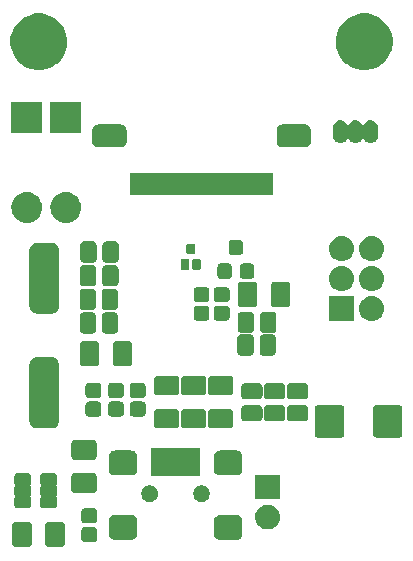
<source format=gts>
G04 #@! TF.GenerationSoftware,KiCad,Pcbnew,5.0.1*
G04 #@! TF.CreationDate,2018-11-04T22:36:33+01:00*
G04 #@! TF.ProjectId,xling,786C696E672E6B696361645F70636200,0.2.0004*
G04 #@! TF.SameCoordinates,Original*
G04 #@! TF.FileFunction,Soldermask,Top*
G04 #@! TF.FilePolarity,Negative*
%FSLAX46Y46*%
G04 Gerber Fmt 4.6, Leading zero omitted, Abs format (unit mm)*
G04 Created by KiCad (PCBNEW 5.0.1) date Sun Nov  4 22:36:33 2018*
%MOMM*%
%LPD*%
G01*
G04 APERTURE LIST*
%ADD10C,0.100000*%
G04 APERTURE END LIST*
D10*
G36*
X127883480Y-120831001D02*
X127939712Y-120848059D01*
X127991538Y-120875761D01*
X128036961Y-120913039D01*
X128074239Y-120958462D01*
X128101941Y-121010288D01*
X128118999Y-121066520D01*
X128125000Y-121127454D01*
X128125000Y-122672546D01*
X128118999Y-122733480D01*
X128101941Y-122789712D01*
X128074239Y-122841538D01*
X128036961Y-122886961D01*
X127991538Y-122924239D01*
X127939712Y-122951941D01*
X127883480Y-122968999D01*
X127822546Y-122975000D01*
X126777454Y-122975000D01*
X126716520Y-122968999D01*
X126660288Y-122951941D01*
X126608462Y-122924239D01*
X126563039Y-122886961D01*
X126525761Y-122841538D01*
X126498059Y-122789712D01*
X126481001Y-122733480D01*
X126475000Y-122672546D01*
X126475000Y-121127454D01*
X126481001Y-121066520D01*
X126498059Y-121010288D01*
X126525761Y-120958462D01*
X126563039Y-120913039D01*
X126608462Y-120875761D01*
X126660288Y-120848059D01*
X126716520Y-120831001D01*
X126777454Y-120825000D01*
X127822546Y-120825000D01*
X127883480Y-120831001D01*
X127883480Y-120831001D01*
G37*
G36*
X125083480Y-120831001D02*
X125139712Y-120848059D01*
X125191538Y-120875761D01*
X125236961Y-120913039D01*
X125274239Y-120958462D01*
X125301941Y-121010288D01*
X125318999Y-121066520D01*
X125325000Y-121127454D01*
X125325000Y-122672546D01*
X125318999Y-122733480D01*
X125301941Y-122789712D01*
X125274239Y-122841538D01*
X125236961Y-122886961D01*
X125191538Y-122924239D01*
X125139712Y-122951941D01*
X125083480Y-122968999D01*
X125022546Y-122975000D01*
X123977454Y-122975000D01*
X123916520Y-122968999D01*
X123860288Y-122951941D01*
X123808462Y-122924239D01*
X123763039Y-122886961D01*
X123725761Y-122841538D01*
X123698059Y-122789712D01*
X123681001Y-122733480D01*
X123675000Y-122672546D01*
X123675000Y-121127454D01*
X123681001Y-121066520D01*
X123698059Y-121010288D01*
X123725761Y-120958462D01*
X123763039Y-120913039D01*
X123808462Y-120875761D01*
X123860288Y-120848059D01*
X123916520Y-120831001D01*
X123977454Y-120825000D01*
X125022546Y-120825000D01*
X125083480Y-120831001D01*
X125083480Y-120831001D01*
G37*
G36*
X130638510Y-121285881D02*
X130693570Y-121302583D01*
X130744312Y-121329705D01*
X130788791Y-121366209D01*
X130825295Y-121410688D01*
X130852417Y-121461430D01*
X130869119Y-121516490D01*
X130875000Y-121576204D01*
X130875000Y-122258796D01*
X130869119Y-122318510D01*
X130852417Y-122373570D01*
X130825295Y-122424312D01*
X130788791Y-122468791D01*
X130744312Y-122505295D01*
X130693570Y-122532417D01*
X130638510Y-122549119D01*
X130578796Y-122555000D01*
X129821204Y-122555000D01*
X129761490Y-122549119D01*
X129706430Y-122532417D01*
X129655688Y-122505295D01*
X129611209Y-122468791D01*
X129574705Y-122424312D01*
X129547583Y-122373570D01*
X129530881Y-122318510D01*
X129525000Y-122258796D01*
X129525000Y-121576204D01*
X129530881Y-121516490D01*
X129547583Y-121461430D01*
X129574705Y-121410688D01*
X129611209Y-121366209D01*
X129655688Y-121329705D01*
X129706430Y-121302583D01*
X129761490Y-121285881D01*
X129821204Y-121280000D01*
X130578796Y-121280000D01*
X130638510Y-121285881D01*
X130638510Y-121285881D01*
G37*
G36*
X133847498Y-120259844D02*
X133941249Y-120288283D01*
X134027649Y-120334465D01*
X134103382Y-120396618D01*
X134165535Y-120472351D01*
X134211717Y-120558751D01*
X134240156Y-120652502D01*
X134250000Y-120752454D01*
X134250000Y-121847546D01*
X134240156Y-121947498D01*
X134211717Y-122041249D01*
X134165535Y-122127649D01*
X134103382Y-122203382D01*
X134027649Y-122265535D01*
X133941249Y-122311717D01*
X133847498Y-122340156D01*
X133747546Y-122350000D01*
X132352454Y-122350000D01*
X132252502Y-122340156D01*
X132158751Y-122311717D01*
X132072351Y-122265535D01*
X131996618Y-122203382D01*
X131934465Y-122127649D01*
X131888283Y-122041249D01*
X131859844Y-121947498D01*
X131850000Y-121847546D01*
X131850000Y-120752454D01*
X131859844Y-120652502D01*
X131888283Y-120558751D01*
X131934465Y-120472351D01*
X131996618Y-120396618D01*
X132072351Y-120334465D01*
X132158751Y-120288283D01*
X132252502Y-120259844D01*
X132352454Y-120250000D01*
X133747546Y-120250000D01*
X133847498Y-120259844D01*
X133847498Y-120259844D01*
G37*
G36*
X142747498Y-120259844D02*
X142841249Y-120288283D01*
X142927649Y-120334465D01*
X143003382Y-120396618D01*
X143065535Y-120472351D01*
X143111717Y-120558751D01*
X143140156Y-120652502D01*
X143150000Y-120752454D01*
X143150000Y-121847546D01*
X143140156Y-121947498D01*
X143111717Y-122041249D01*
X143065535Y-122127649D01*
X143003382Y-122203382D01*
X142927649Y-122265535D01*
X142841249Y-122311717D01*
X142747498Y-122340156D01*
X142647546Y-122350000D01*
X141252454Y-122350000D01*
X141152502Y-122340156D01*
X141058751Y-122311717D01*
X140972351Y-122265535D01*
X140896618Y-122203382D01*
X140834465Y-122127649D01*
X140788283Y-122041249D01*
X140759844Y-121947498D01*
X140750000Y-121847546D01*
X140750000Y-120752454D01*
X140759844Y-120652502D01*
X140788283Y-120558751D01*
X140834465Y-120472351D01*
X140896618Y-120396618D01*
X140972351Y-120334465D01*
X141058751Y-120288283D01*
X141152502Y-120259844D01*
X141252454Y-120250000D01*
X142647546Y-120250000D01*
X142747498Y-120259844D01*
X142747498Y-120259844D01*
G37*
G36*
X145505836Y-119405192D02*
X145657695Y-119451259D01*
X145703762Y-119465233D01*
X145747572Y-119488650D01*
X145886169Y-119562731D01*
X146046054Y-119693946D01*
X146177269Y-119853831D01*
X146224123Y-119941490D01*
X146274767Y-120036238D01*
X146274767Y-120036239D01*
X146334808Y-120234164D01*
X146355080Y-120440000D01*
X146334808Y-120645836D01*
X146311268Y-120723435D01*
X146274767Y-120843762D01*
X146251848Y-120886640D01*
X146177269Y-121026169D01*
X146046054Y-121186054D01*
X145886169Y-121317269D01*
X145781229Y-121373360D01*
X145703762Y-121414767D01*
X145681032Y-121421662D01*
X145505836Y-121474808D01*
X145351582Y-121490000D01*
X145248418Y-121490000D01*
X145094164Y-121474808D01*
X144918968Y-121421662D01*
X144896238Y-121414767D01*
X144818771Y-121373360D01*
X144713831Y-121317269D01*
X144553946Y-121186054D01*
X144422731Y-121026169D01*
X144348152Y-120886640D01*
X144325233Y-120843762D01*
X144288732Y-120723435D01*
X144265192Y-120645836D01*
X144244920Y-120440000D01*
X144265192Y-120234164D01*
X144325233Y-120036239D01*
X144325233Y-120036238D01*
X144375877Y-119941490D01*
X144422731Y-119853831D01*
X144553946Y-119693946D01*
X144713831Y-119562731D01*
X144852428Y-119488650D01*
X144896238Y-119465233D01*
X144942305Y-119451259D01*
X145094164Y-119405192D01*
X145248418Y-119390000D01*
X145351582Y-119390000D01*
X145505836Y-119405192D01*
X145505836Y-119405192D01*
G37*
G36*
X130638510Y-119710881D02*
X130693570Y-119727583D01*
X130744312Y-119754705D01*
X130788791Y-119791209D01*
X130825295Y-119835688D01*
X130852417Y-119886430D01*
X130869119Y-119941490D01*
X130875000Y-120001204D01*
X130875000Y-120683796D01*
X130869119Y-120743510D01*
X130852417Y-120798570D01*
X130825295Y-120849312D01*
X130788791Y-120893791D01*
X130744312Y-120930295D01*
X130693570Y-120957417D01*
X130638510Y-120974119D01*
X130578796Y-120980000D01*
X129821204Y-120980000D01*
X129761490Y-120974119D01*
X129706430Y-120957417D01*
X129655688Y-120930295D01*
X129611209Y-120893791D01*
X129574705Y-120849312D01*
X129547583Y-120798570D01*
X129530881Y-120743510D01*
X129525000Y-120683796D01*
X129525000Y-120001204D01*
X129530881Y-119941490D01*
X129547583Y-119886430D01*
X129574705Y-119835688D01*
X129611209Y-119791209D01*
X129655688Y-119754705D01*
X129706430Y-119727583D01*
X129761490Y-119710881D01*
X129821204Y-119705000D01*
X130578796Y-119705000D01*
X130638510Y-119710881D01*
X130638510Y-119710881D01*
G37*
G36*
X127258225Y-116715040D02*
X127305078Y-116729253D01*
X127348259Y-116752334D01*
X127386106Y-116783394D01*
X127417166Y-116821241D01*
X127440247Y-116864422D01*
X127454460Y-116911275D01*
X127459500Y-116962454D01*
X127459500Y-117557546D01*
X127454460Y-117608725D01*
X127440247Y-117655578D01*
X127417166Y-117698758D01*
X127413454Y-117703282D01*
X127408009Y-117711432D01*
X127404259Y-117720487D01*
X127402347Y-117730101D01*
X127402347Y-117739902D01*
X127404259Y-117749516D01*
X127408011Y-117758571D01*
X127413454Y-117766718D01*
X127417166Y-117771242D01*
X127440247Y-117814422D01*
X127454460Y-117861275D01*
X127459500Y-117912454D01*
X127459500Y-118507546D01*
X127454460Y-118558725D01*
X127440247Y-118605578D01*
X127417166Y-118648758D01*
X127413454Y-118653282D01*
X127408009Y-118661432D01*
X127404259Y-118670487D01*
X127402347Y-118680101D01*
X127402347Y-118689902D01*
X127404259Y-118699516D01*
X127408011Y-118708571D01*
X127413454Y-118716718D01*
X127417166Y-118721242D01*
X127440247Y-118764422D01*
X127454460Y-118811275D01*
X127459500Y-118862454D01*
X127459500Y-119457546D01*
X127454460Y-119508725D01*
X127440247Y-119555578D01*
X127417166Y-119598759D01*
X127386106Y-119636606D01*
X127348259Y-119667666D01*
X127305078Y-119690747D01*
X127258225Y-119704960D01*
X127207046Y-119710000D01*
X126311954Y-119710000D01*
X126260775Y-119704960D01*
X126213922Y-119690747D01*
X126170741Y-119667666D01*
X126132894Y-119636606D01*
X126101834Y-119598759D01*
X126078753Y-119555578D01*
X126064540Y-119508725D01*
X126059500Y-119457546D01*
X126059500Y-118862454D01*
X126064540Y-118811275D01*
X126078753Y-118764422D01*
X126101834Y-118721242D01*
X126105546Y-118716718D01*
X126110991Y-118708568D01*
X126114741Y-118699513D01*
X126116653Y-118689899D01*
X126116653Y-118680098D01*
X126114741Y-118670484D01*
X126110989Y-118661429D01*
X126105546Y-118653282D01*
X126101834Y-118648758D01*
X126078753Y-118605578D01*
X126064540Y-118558725D01*
X126059500Y-118507546D01*
X126059500Y-117912454D01*
X126064540Y-117861275D01*
X126078753Y-117814422D01*
X126101834Y-117771242D01*
X126105546Y-117766718D01*
X126110991Y-117758568D01*
X126114741Y-117749513D01*
X126116653Y-117739899D01*
X126116653Y-117730098D01*
X126114741Y-117720484D01*
X126110989Y-117711429D01*
X126105546Y-117703282D01*
X126101834Y-117698758D01*
X126078753Y-117655578D01*
X126064540Y-117608725D01*
X126059500Y-117557546D01*
X126059500Y-116962454D01*
X126064540Y-116911275D01*
X126078753Y-116864422D01*
X126101834Y-116821241D01*
X126132894Y-116783394D01*
X126170741Y-116752334D01*
X126213922Y-116729253D01*
X126260775Y-116715040D01*
X126311954Y-116710000D01*
X127207046Y-116710000D01*
X127258225Y-116715040D01*
X127258225Y-116715040D01*
G37*
G36*
X125059225Y-116715040D02*
X125106078Y-116729253D01*
X125149259Y-116752334D01*
X125187106Y-116783394D01*
X125218166Y-116821241D01*
X125241247Y-116864422D01*
X125255460Y-116911275D01*
X125260500Y-116962454D01*
X125260500Y-117557546D01*
X125255460Y-117608725D01*
X125241247Y-117655578D01*
X125218166Y-117698758D01*
X125214454Y-117703282D01*
X125209009Y-117711432D01*
X125205259Y-117720487D01*
X125203347Y-117730101D01*
X125203347Y-117739902D01*
X125205259Y-117749516D01*
X125209011Y-117758571D01*
X125214454Y-117766718D01*
X125218166Y-117771242D01*
X125241247Y-117814422D01*
X125255460Y-117861275D01*
X125260500Y-117912454D01*
X125260500Y-118507546D01*
X125255460Y-118558725D01*
X125241247Y-118605578D01*
X125218166Y-118648758D01*
X125214454Y-118653282D01*
X125209009Y-118661432D01*
X125205259Y-118670487D01*
X125203347Y-118680101D01*
X125203347Y-118689902D01*
X125205259Y-118699516D01*
X125209011Y-118708571D01*
X125214454Y-118716718D01*
X125218166Y-118721242D01*
X125241247Y-118764422D01*
X125255460Y-118811275D01*
X125260500Y-118862454D01*
X125260500Y-119457546D01*
X125255460Y-119508725D01*
X125241247Y-119555578D01*
X125218166Y-119598759D01*
X125187106Y-119636606D01*
X125149259Y-119667666D01*
X125106078Y-119690747D01*
X125059225Y-119704960D01*
X125008046Y-119710000D01*
X124112954Y-119710000D01*
X124061775Y-119704960D01*
X124014922Y-119690747D01*
X123971741Y-119667666D01*
X123933894Y-119636606D01*
X123902834Y-119598759D01*
X123879753Y-119555578D01*
X123865540Y-119508725D01*
X123860500Y-119457546D01*
X123860500Y-118862454D01*
X123865540Y-118811275D01*
X123879753Y-118764422D01*
X123902834Y-118721242D01*
X123906546Y-118716718D01*
X123911991Y-118708568D01*
X123915741Y-118699513D01*
X123917653Y-118689899D01*
X123917653Y-118680098D01*
X123915741Y-118670484D01*
X123911989Y-118661429D01*
X123906546Y-118653282D01*
X123902834Y-118648758D01*
X123879753Y-118605578D01*
X123865540Y-118558725D01*
X123860500Y-118507546D01*
X123860500Y-117912454D01*
X123865540Y-117861275D01*
X123879753Y-117814422D01*
X123902834Y-117771242D01*
X123906546Y-117766718D01*
X123911991Y-117758568D01*
X123915741Y-117749513D01*
X123917653Y-117739899D01*
X123917653Y-117730098D01*
X123915741Y-117720484D01*
X123911989Y-117711429D01*
X123906546Y-117703282D01*
X123902834Y-117698758D01*
X123879753Y-117655578D01*
X123865540Y-117608725D01*
X123860500Y-117557546D01*
X123860500Y-116962454D01*
X123865540Y-116911275D01*
X123879753Y-116864422D01*
X123902834Y-116821241D01*
X123933894Y-116783394D01*
X123971741Y-116752334D01*
X124014922Y-116729253D01*
X124061775Y-116715040D01*
X124112954Y-116710000D01*
X125008046Y-116710000D01*
X125059225Y-116715040D01*
X125059225Y-116715040D01*
G37*
G36*
X135504182Y-117776900D02*
X135584091Y-117810000D01*
X135631574Y-117829668D01*
X135746224Y-117906274D01*
X135843726Y-118003776D01*
X135920332Y-118118426D01*
X135935787Y-118155739D01*
X135973100Y-118245818D01*
X136000000Y-118381055D01*
X136000000Y-118518945D01*
X135973100Y-118654182D01*
X135950572Y-118708568D01*
X135920332Y-118781574D01*
X135843726Y-118896224D01*
X135746224Y-118993726D01*
X135631574Y-119070332D01*
X135594261Y-119085787D01*
X135504182Y-119123100D01*
X135368945Y-119150000D01*
X135231055Y-119150000D01*
X135095818Y-119123100D01*
X135005739Y-119085787D01*
X134968426Y-119070332D01*
X134853776Y-118993726D01*
X134756274Y-118896224D01*
X134679668Y-118781574D01*
X134649428Y-118708568D01*
X134626900Y-118654182D01*
X134600000Y-118518945D01*
X134600000Y-118381055D01*
X134626900Y-118245818D01*
X134664213Y-118155739D01*
X134679668Y-118118426D01*
X134756274Y-118003776D01*
X134853776Y-117906274D01*
X134968426Y-117829668D01*
X135015909Y-117810000D01*
X135095818Y-117776900D01*
X135231055Y-117750000D01*
X135368945Y-117750000D01*
X135504182Y-117776900D01*
X135504182Y-117776900D01*
G37*
G36*
X139904182Y-117776900D02*
X139984091Y-117810000D01*
X140031574Y-117829668D01*
X140146224Y-117906274D01*
X140243726Y-118003776D01*
X140320332Y-118118426D01*
X140335787Y-118155739D01*
X140373100Y-118245818D01*
X140400000Y-118381055D01*
X140400000Y-118518945D01*
X140373100Y-118654182D01*
X140350572Y-118708568D01*
X140320332Y-118781574D01*
X140243726Y-118896224D01*
X140146224Y-118993726D01*
X140031574Y-119070332D01*
X139994261Y-119085787D01*
X139904182Y-119123100D01*
X139768945Y-119150000D01*
X139631055Y-119150000D01*
X139495818Y-119123100D01*
X139405739Y-119085787D01*
X139368426Y-119070332D01*
X139253776Y-118993726D01*
X139156274Y-118896224D01*
X139079668Y-118781574D01*
X139049428Y-118708568D01*
X139026900Y-118654182D01*
X139000000Y-118518945D01*
X139000000Y-118381055D01*
X139026900Y-118245818D01*
X139064213Y-118155739D01*
X139079668Y-118118426D01*
X139156274Y-118003776D01*
X139253776Y-117906274D01*
X139368426Y-117829668D01*
X139415909Y-117810000D01*
X139495818Y-117776900D01*
X139631055Y-117750000D01*
X139768945Y-117750000D01*
X139904182Y-117776900D01*
X139904182Y-117776900D01*
G37*
G36*
X146350000Y-118950000D02*
X144250000Y-118950000D01*
X144250000Y-116850000D01*
X146350000Y-116850000D01*
X146350000Y-118950000D01*
X146350000Y-118950000D01*
G37*
G36*
X130583480Y-116731001D02*
X130639712Y-116748059D01*
X130691538Y-116775761D01*
X130736961Y-116813039D01*
X130774239Y-116858462D01*
X130801941Y-116910288D01*
X130818999Y-116966520D01*
X130825000Y-117027454D01*
X130825000Y-118072546D01*
X130818999Y-118133480D01*
X130801941Y-118189712D01*
X130774239Y-118241538D01*
X130736961Y-118286961D01*
X130691538Y-118324239D01*
X130639712Y-118351941D01*
X130583480Y-118368999D01*
X130522546Y-118375000D01*
X128977454Y-118375000D01*
X128916520Y-118368999D01*
X128860288Y-118351941D01*
X128808462Y-118324239D01*
X128763039Y-118286961D01*
X128725761Y-118241538D01*
X128698059Y-118189712D01*
X128681001Y-118133480D01*
X128675000Y-118072546D01*
X128675000Y-117027454D01*
X128681001Y-116966520D01*
X128698059Y-116910288D01*
X128725761Y-116858462D01*
X128763039Y-116813039D01*
X128808462Y-116775761D01*
X128860288Y-116748059D01*
X128916520Y-116731001D01*
X128977454Y-116725000D01*
X130522546Y-116725000D01*
X130583480Y-116731001D01*
X130583480Y-116731001D01*
G37*
G36*
X139550000Y-116950000D02*
X135450000Y-116950000D01*
X135450000Y-114550000D01*
X139550000Y-114550000D01*
X139550000Y-116950000D01*
X139550000Y-116950000D01*
G37*
G36*
X142747498Y-114809844D02*
X142841249Y-114838283D01*
X142927649Y-114884465D01*
X143003382Y-114946618D01*
X143065535Y-115022351D01*
X143111717Y-115108751D01*
X143140156Y-115202502D01*
X143150000Y-115302454D01*
X143150000Y-116397546D01*
X143140156Y-116497498D01*
X143111717Y-116591249D01*
X143065535Y-116677649D01*
X143003382Y-116753382D01*
X142927649Y-116815535D01*
X142841249Y-116861717D01*
X142747498Y-116890156D01*
X142647546Y-116900000D01*
X141252454Y-116900000D01*
X141152502Y-116890156D01*
X141058751Y-116861717D01*
X140972351Y-116815535D01*
X140896618Y-116753382D01*
X140834465Y-116677649D01*
X140788283Y-116591249D01*
X140759844Y-116497498D01*
X140750000Y-116397546D01*
X140750000Y-115302454D01*
X140759844Y-115202502D01*
X140788283Y-115108751D01*
X140834465Y-115022351D01*
X140896618Y-114946618D01*
X140972351Y-114884465D01*
X141058751Y-114838283D01*
X141152502Y-114809844D01*
X141252454Y-114800000D01*
X142647546Y-114800000D01*
X142747498Y-114809844D01*
X142747498Y-114809844D01*
G37*
G36*
X133847498Y-114809844D02*
X133941249Y-114838283D01*
X134027649Y-114884465D01*
X134103382Y-114946618D01*
X134165535Y-115022351D01*
X134211717Y-115108751D01*
X134240156Y-115202502D01*
X134250000Y-115302454D01*
X134250000Y-116397546D01*
X134240156Y-116497498D01*
X134211717Y-116591249D01*
X134165535Y-116677649D01*
X134103382Y-116753382D01*
X134027649Y-116815535D01*
X133941249Y-116861717D01*
X133847498Y-116890156D01*
X133747546Y-116900000D01*
X132352454Y-116900000D01*
X132252502Y-116890156D01*
X132158751Y-116861717D01*
X132072351Y-116815535D01*
X131996618Y-116753382D01*
X131934465Y-116677649D01*
X131888283Y-116591249D01*
X131859844Y-116497498D01*
X131850000Y-116397546D01*
X131850000Y-115302454D01*
X131859844Y-115202502D01*
X131888283Y-115108751D01*
X131934465Y-115022351D01*
X131996618Y-114946618D01*
X132072351Y-114884465D01*
X132158751Y-114838283D01*
X132252502Y-114809844D01*
X132352454Y-114800000D01*
X133747546Y-114800000D01*
X133847498Y-114809844D01*
X133847498Y-114809844D01*
G37*
G36*
X130583480Y-113931001D02*
X130639712Y-113948059D01*
X130691538Y-113975761D01*
X130736961Y-114013039D01*
X130774239Y-114058462D01*
X130801941Y-114110288D01*
X130818999Y-114166520D01*
X130825000Y-114227454D01*
X130825000Y-115272546D01*
X130818999Y-115333480D01*
X130801941Y-115389712D01*
X130774239Y-115441538D01*
X130736961Y-115486961D01*
X130691538Y-115524239D01*
X130639712Y-115551941D01*
X130583480Y-115568999D01*
X130522546Y-115575000D01*
X128977454Y-115575000D01*
X128916520Y-115568999D01*
X128860288Y-115551941D01*
X128808462Y-115524239D01*
X128763039Y-115486961D01*
X128725761Y-115441538D01*
X128698059Y-115389712D01*
X128681001Y-115333480D01*
X128675000Y-115272546D01*
X128675000Y-114227454D01*
X128681001Y-114166520D01*
X128698059Y-114110288D01*
X128725761Y-114058462D01*
X128763039Y-114013039D01*
X128808462Y-113975761D01*
X128860288Y-113948059D01*
X128916520Y-113931001D01*
X128977454Y-113925000D01*
X130522546Y-113925000D01*
X130583480Y-113931001D01*
X130583480Y-113931001D01*
G37*
G36*
X156490480Y-110960237D02*
X156539259Y-110975035D01*
X156584206Y-110999059D01*
X156623607Y-111031393D01*
X156655941Y-111070794D01*
X156679965Y-111115741D01*
X156694763Y-111164520D01*
X156700000Y-111217695D01*
X156700000Y-113442305D01*
X156694763Y-113495480D01*
X156679965Y-113544259D01*
X156655941Y-113589206D01*
X156623607Y-113628607D01*
X156584206Y-113660941D01*
X156539259Y-113684965D01*
X156490480Y-113699763D01*
X156437305Y-113705000D01*
X154487695Y-113705000D01*
X154434520Y-113699763D01*
X154385741Y-113684965D01*
X154340794Y-113660941D01*
X154301393Y-113628607D01*
X154269059Y-113589206D01*
X154245035Y-113544259D01*
X154230237Y-113495480D01*
X154225000Y-113442305D01*
X154225000Y-111217695D01*
X154230237Y-111164520D01*
X154245035Y-111115741D01*
X154269059Y-111070794D01*
X154301393Y-111031393D01*
X154340794Y-110999059D01*
X154385741Y-110975035D01*
X154434520Y-110960237D01*
X154487695Y-110955000D01*
X156437305Y-110955000D01*
X156490480Y-110960237D01*
X156490480Y-110960237D01*
G37*
G36*
X151565480Y-110960237D02*
X151614259Y-110975035D01*
X151659206Y-110999059D01*
X151698607Y-111031393D01*
X151730941Y-111070794D01*
X151754965Y-111115741D01*
X151769763Y-111164520D01*
X151775000Y-111217695D01*
X151775000Y-113442305D01*
X151769763Y-113495480D01*
X151754965Y-113544259D01*
X151730941Y-113589206D01*
X151698607Y-113628607D01*
X151659206Y-113660941D01*
X151614259Y-113684965D01*
X151565480Y-113699763D01*
X151512305Y-113705000D01*
X149562695Y-113705000D01*
X149509520Y-113699763D01*
X149460741Y-113684965D01*
X149415794Y-113660941D01*
X149376393Y-113628607D01*
X149344059Y-113589206D01*
X149320035Y-113544259D01*
X149305237Y-113495480D01*
X149300000Y-113442305D01*
X149300000Y-111217695D01*
X149305237Y-111164520D01*
X149320035Y-111115741D01*
X149344059Y-111070794D01*
X149376393Y-111031393D01*
X149415794Y-110999059D01*
X149460741Y-110975035D01*
X149509520Y-110960237D01*
X149562695Y-110955000D01*
X151512305Y-110955000D01*
X151565480Y-110960237D01*
X151565480Y-110960237D01*
G37*
G36*
X142159480Y-111291001D02*
X142215712Y-111308059D01*
X142267538Y-111335761D01*
X142312961Y-111373039D01*
X142350239Y-111418462D01*
X142377941Y-111470288D01*
X142394999Y-111526520D01*
X142401000Y-111587454D01*
X142401000Y-112632546D01*
X142394999Y-112693480D01*
X142377941Y-112749712D01*
X142350239Y-112801538D01*
X142312961Y-112846961D01*
X142267538Y-112884239D01*
X142215712Y-112911941D01*
X142159480Y-112928999D01*
X142098546Y-112935000D01*
X140553454Y-112935000D01*
X140492520Y-112928999D01*
X140436288Y-112911941D01*
X140384462Y-112884239D01*
X140339039Y-112846961D01*
X140301761Y-112801538D01*
X140274059Y-112749712D01*
X140257001Y-112693480D01*
X140251000Y-112632546D01*
X140251000Y-111587454D01*
X140257001Y-111526520D01*
X140274059Y-111470288D01*
X140301761Y-111418462D01*
X140339039Y-111373039D01*
X140384462Y-111335761D01*
X140436288Y-111308059D01*
X140492520Y-111291001D01*
X140553454Y-111285000D01*
X142098546Y-111285000D01*
X142159480Y-111291001D01*
X142159480Y-111291001D01*
G37*
G36*
X139873480Y-111291001D02*
X139929712Y-111308059D01*
X139981538Y-111335761D01*
X140026961Y-111373039D01*
X140064239Y-111418462D01*
X140091941Y-111470288D01*
X140108999Y-111526520D01*
X140115000Y-111587454D01*
X140115000Y-112632546D01*
X140108999Y-112693480D01*
X140091941Y-112749712D01*
X140064239Y-112801538D01*
X140026961Y-112846961D01*
X139981538Y-112884239D01*
X139929712Y-112911941D01*
X139873480Y-112928999D01*
X139812546Y-112935000D01*
X138267454Y-112935000D01*
X138206520Y-112928999D01*
X138150288Y-112911941D01*
X138098462Y-112884239D01*
X138053039Y-112846961D01*
X138015761Y-112801538D01*
X137988059Y-112749712D01*
X137971001Y-112693480D01*
X137965000Y-112632546D01*
X137965000Y-111587454D01*
X137971001Y-111526520D01*
X137988059Y-111470288D01*
X138015761Y-111418462D01*
X138053039Y-111373039D01*
X138098462Y-111335761D01*
X138150288Y-111308059D01*
X138206520Y-111291001D01*
X138267454Y-111285000D01*
X139812546Y-111285000D01*
X139873480Y-111291001D01*
X139873480Y-111291001D01*
G37*
G36*
X137587480Y-111291001D02*
X137643712Y-111308059D01*
X137695538Y-111335761D01*
X137740961Y-111373039D01*
X137778239Y-111418462D01*
X137805941Y-111470288D01*
X137822999Y-111526520D01*
X137829000Y-111587454D01*
X137829000Y-112632546D01*
X137822999Y-112693480D01*
X137805941Y-112749712D01*
X137778239Y-112801538D01*
X137740961Y-112846961D01*
X137695538Y-112884239D01*
X137643712Y-112911941D01*
X137587480Y-112928999D01*
X137526546Y-112935000D01*
X135981454Y-112935000D01*
X135920520Y-112928999D01*
X135864288Y-112911941D01*
X135812462Y-112884239D01*
X135767039Y-112846961D01*
X135729761Y-112801538D01*
X135702059Y-112749712D01*
X135685001Y-112693480D01*
X135679000Y-112632546D01*
X135679000Y-111587454D01*
X135685001Y-111526520D01*
X135702059Y-111470288D01*
X135729761Y-111418462D01*
X135767039Y-111373039D01*
X135812462Y-111335761D01*
X135864288Y-111308059D01*
X135920520Y-111291001D01*
X135981454Y-111285000D01*
X137526546Y-111285000D01*
X137587480Y-111291001D01*
X137587480Y-111291001D01*
G37*
G36*
X127147180Y-106920278D02*
X127259718Y-106954416D01*
X127363430Y-107009852D01*
X127454340Y-107084460D01*
X127528948Y-107175370D01*
X127584384Y-107279082D01*
X127618522Y-107391620D01*
X127630290Y-107511109D01*
X127630290Y-112306611D01*
X127618522Y-112426100D01*
X127584384Y-112538638D01*
X127528948Y-112642350D01*
X127454340Y-112733260D01*
X127363430Y-112807868D01*
X127259718Y-112863304D01*
X127147180Y-112897442D01*
X127027691Y-112909210D01*
X125732309Y-112909210D01*
X125612820Y-112897442D01*
X125500282Y-112863304D01*
X125396570Y-112807868D01*
X125305660Y-112733260D01*
X125231052Y-112642350D01*
X125175616Y-112538638D01*
X125141478Y-112426100D01*
X125129710Y-112306611D01*
X125129710Y-107511109D01*
X125141478Y-107391620D01*
X125175616Y-107279082D01*
X125231052Y-107175370D01*
X125305660Y-107084460D01*
X125396570Y-107009852D01*
X125500282Y-106954416D01*
X125612820Y-106920278D01*
X125732309Y-106908510D01*
X127027691Y-106908510D01*
X127147180Y-106920278D01*
X127147180Y-106920278D01*
G37*
G36*
X146543388Y-110966361D02*
X146603138Y-110984486D01*
X146658204Y-111013921D01*
X146706470Y-111053530D01*
X146746079Y-111101796D01*
X146775514Y-111156862D01*
X146793639Y-111216612D01*
X146800000Y-111281204D01*
X146800000Y-112013796D01*
X146793639Y-112078388D01*
X146775514Y-112138138D01*
X146746079Y-112193204D01*
X146706470Y-112241470D01*
X146658204Y-112281079D01*
X146603138Y-112310514D01*
X146543388Y-112328639D01*
X146478796Y-112335000D01*
X145321204Y-112335000D01*
X145256612Y-112328639D01*
X145196862Y-112310514D01*
X145141796Y-112281079D01*
X145093530Y-112241470D01*
X145053921Y-112193204D01*
X145024486Y-112138138D01*
X145006361Y-112078388D01*
X145000000Y-112013796D01*
X145000000Y-111281204D01*
X145006361Y-111216612D01*
X145024486Y-111156862D01*
X145053921Y-111101796D01*
X145093530Y-111053530D01*
X145141796Y-111013921D01*
X145196862Y-110984486D01*
X145256612Y-110966361D01*
X145321204Y-110960000D01*
X146478796Y-110960000D01*
X146543388Y-110966361D01*
X146543388Y-110966361D01*
G37*
G36*
X148493388Y-110966361D02*
X148553138Y-110984486D01*
X148608204Y-111013921D01*
X148656470Y-111053530D01*
X148696079Y-111101796D01*
X148725514Y-111156862D01*
X148743639Y-111216612D01*
X148750000Y-111281204D01*
X148750000Y-112013796D01*
X148743639Y-112078388D01*
X148725514Y-112138138D01*
X148696079Y-112193204D01*
X148656470Y-112241470D01*
X148608204Y-112281079D01*
X148553138Y-112310514D01*
X148493388Y-112328639D01*
X148428796Y-112335000D01*
X147271204Y-112335000D01*
X147206612Y-112328639D01*
X147146862Y-112310514D01*
X147091796Y-112281079D01*
X147043530Y-112241470D01*
X147003921Y-112193204D01*
X146974486Y-112138138D01*
X146956361Y-112078388D01*
X146950000Y-112013796D01*
X146950000Y-111281204D01*
X146956361Y-111216612D01*
X146974486Y-111156862D01*
X147003921Y-111101796D01*
X147043530Y-111053530D01*
X147091796Y-111013921D01*
X147146862Y-110984486D01*
X147206612Y-110966361D01*
X147271204Y-110960000D01*
X148428796Y-110960000D01*
X148493388Y-110966361D01*
X148493388Y-110966361D01*
G37*
G36*
X144611388Y-110966361D02*
X144671138Y-110984486D01*
X144726204Y-111013921D01*
X144774470Y-111053530D01*
X144814079Y-111101796D01*
X144843514Y-111156862D01*
X144861639Y-111216612D01*
X144868000Y-111281204D01*
X144868000Y-112013796D01*
X144861639Y-112078388D01*
X144843514Y-112138138D01*
X144814079Y-112193204D01*
X144774470Y-112241470D01*
X144726204Y-112281079D01*
X144671138Y-112310514D01*
X144611388Y-112328639D01*
X144546796Y-112335000D01*
X143389204Y-112335000D01*
X143324612Y-112328639D01*
X143264862Y-112310514D01*
X143209796Y-112281079D01*
X143161530Y-112241470D01*
X143121921Y-112193204D01*
X143092486Y-112138138D01*
X143074361Y-112078388D01*
X143068000Y-112013796D01*
X143068000Y-111281204D01*
X143074361Y-111216612D01*
X143092486Y-111156862D01*
X143121921Y-111101796D01*
X143161530Y-111053530D01*
X143209796Y-111013921D01*
X143264862Y-110984486D01*
X143324612Y-110966361D01*
X143389204Y-110960000D01*
X144546796Y-110960000D01*
X144611388Y-110966361D01*
X144611388Y-110966361D01*
G37*
G36*
X134738510Y-110655881D02*
X134793570Y-110672583D01*
X134844312Y-110699705D01*
X134888791Y-110736209D01*
X134925295Y-110780688D01*
X134952417Y-110831430D01*
X134969119Y-110886490D01*
X134975000Y-110946204D01*
X134975000Y-111628796D01*
X134969119Y-111688510D01*
X134952417Y-111743570D01*
X134925295Y-111794312D01*
X134888791Y-111838791D01*
X134844312Y-111875295D01*
X134793570Y-111902417D01*
X134738510Y-111919119D01*
X134678796Y-111925000D01*
X133921204Y-111925000D01*
X133861490Y-111919119D01*
X133806430Y-111902417D01*
X133755688Y-111875295D01*
X133711209Y-111838791D01*
X133674705Y-111794312D01*
X133647583Y-111743570D01*
X133630881Y-111688510D01*
X133625000Y-111628796D01*
X133625000Y-110946204D01*
X133630881Y-110886490D01*
X133647583Y-110831430D01*
X133674705Y-110780688D01*
X133711209Y-110736209D01*
X133755688Y-110699705D01*
X133806430Y-110672583D01*
X133861490Y-110655881D01*
X133921204Y-110650000D01*
X134678796Y-110650000D01*
X134738510Y-110655881D01*
X134738510Y-110655881D01*
G37*
G36*
X132888510Y-110655881D02*
X132943570Y-110672583D01*
X132994312Y-110699705D01*
X133038791Y-110736209D01*
X133075295Y-110780688D01*
X133102417Y-110831430D01*
X133119119Y-110886490D01*
X133125000Y-110946204D01*
X133125000Y-111628796D01*
X133119119Y-111688510D01*
X133102417Y-111743570D01*
X133075295Y-111794312D01*
X133038791Y-111838791D01*
X132994312Y-111875295D01*
X132943570Y-111902417D01*
X132888510Y-111919119D01*
X132828796Y-111925000D01*
X132071204Y-111925000D01*
X132011490Y-111919119D01*
X131956430Y-111902417D01*
X131905688Y-111875295D01*
X131861209Y-111838791D01*
X131824705Y-111794312D01*
X131797583Y-111743570D01*
X131780881Y-111688510D01*
X131775000Y-111628796D01*
X131775000Y-110946204D01*
X131780881Y-110886490D01*
X131797583Y-110831430D01*
X131824705Y-110780688D01*
X131861209Y-110736209D01*
X131905688Y-110699705D01*
X131956430Y-110672583D01*
X132011490Y-110655881D01*
X132071204Y-110650000D01*
X132828796Y-110650000D01*
X132888510Y-110655881D01*
X132888510Y-110655881D01*
G37*
G36*
X130988510Y-110655881D02*
X131043570Y-110672583D01*
X131094312Y-110699705D01*
X131138791Y-110736209D01*
X131175295Y-110780688D01*
X131202417Y-110831430D01*
X131219119Y-110886490D01*
X131225000Y-110946204D01*
X131225000Y-111628796D01*
X131219119Y-111688510D01*
X131202417Y-111743570D01*
X131175295Y-111794312D01*
X131138791Y-111838791D01*
X131094312Y-111875295D01*
X131043570Y-111902417D01*
X130988510Y-111919119D01*
X130928796Y-111925000D01*
X130171204Y-111925000D01*
X130111490Y-111919119D01*
X130056430Y-111902417D01*
X130005688Y-111875295D01*
X129961209Y-111838791D01*
X129924705Y-111794312D01*
X129897583Y-111743570D01*
X129880881Y-111688510D01*
X129875000Y-111628796D01*
X129875000Y-110946204D01*
X129880881Y-110886490D01*
X129897583Y-110831430D01*
X129924705Y-110780688D01*
X129961209Y-110736209D01*
X130005688Y-110699705D01*
X130056430Y-110672583D01*
X130111490Y-110655881D01*
X130171204Y-110650000D01*
X130928796Y-110650000D01*
X130988510Y-110655881D01*
X130988510Y-110655881D01*
G37*
G36*
X148493388Y-109091361D02*
X148553138Y-109109486D01*
X148608204Y-109138921D01*
X148656470Y-109178530D01*
X148696079Y-109226796D01*
X148725514Y-109281862D01*
X148743639Y-109341612D01*
X148750000Y-109406204D01*
X148750000Y-110138796D01*
X148743639Y-110203388D01*
X148725514Y-110263138D01*
X148696079Y-110318204D01*
X148656470Y-110366470D01*
X148608204Y-110406079D01*
X148553138Y-110435514D01*
X148493388Y-110453639D01*
X148428796Y-110460000D01*
X147271204Y-110460000D01*
X147206612Y-110453639D01*
X147146862Y-110435514D01*
X147091796Y-110406079D01*
X147043530Y-110366470D01*
X147003921Y-110318204D01*
X146974486Y-110263138D01*
X146956361Y-110203388D01*
X146950000Y-110138796D01*
X146950000Y-109406204D01*
X146956361Y-109341612D01*
X146974486Y-109281862D01*
X147003921Y-109226796D01*
X147043530Y-109178530D01*
X147091796Y-109138921D01*
X147146862Y-109109486D01*
X147206612Y-109091361D01*
X147271204Y-109085000D01*
X148428796Y-109085000D01*
X148493388Y-109091361D01*
X148493388Y-109091361D01*
G37*
G36*
X144611388Y-109091361D02*
X144671138Y-109109486D01*
X144726204Y-109138921D01*
X144774470Y-109178530D01*
X144814079Y-109226796D01*
X144843514Y-109281862D01*
X144861639Y-109341612D01*
X144868000Y-109406204D01*
X144868000Y-110138796D01*
X144861639Y-110203388D01*
X144843514Y-110263138D01*
X144814079Y-110318204D01*
X144774470Y-110366470D01*
X144726204Y-110406079D01*
X144671138Y-110435514D01*
X144611388Y-110453639D01*
X144546796Y-110460000D01*
X143389204Y-110460000D01*
X143324612Y-110453639D01*
X143264862Y-110435514D01*
X143209796Y-110406079D01*
X143161530Y-110366470D01*
X143121921Y-110318204D01*
X143092486Y-110263138D01*
X143074361Y-110203388D01*
X143068000Y-110138796D01*
X143068000Y-109406204D01*
X143074361Y-109341612D01*
X143092486Y-109281862D01*
X143121921Y-109226796D01*
X143161530Y-109178530D01*
X143209796Y-109138921D01*
X143264862Y-109109486D01*
X143324612Y-109091361D01*
X143389204Y-109085000D01*
X144546796Y-109085000D01*
X144611388Y-109091361D01*
X144611388Y-109091361D01*
G37*
G36*
X146543388Y-109091361D02*
X146603138Y-109109486D01*
X146658204Y-109138921D01*
X146706470Y-109178530D01*
X146746079Y-109226796D01*
X146775514Y-109281862D01*
X146793639Y-109341612D01*
X146800000Y-109406204D01*
X146800000Y-110138796D01*
X146793639Y-110203388D01*
X146775514Y-110263138D01*
X146746079Y-110318204D01*
X146706470Y-110366470D01*
X146658204Y-110406079D01*
X146603138Y-110435514D01*
X146543388Y-110453639D01*
X146478796Y-110460000D01*
X145321204Y-110460000D01*
X145256612Y-110453639D01*
X145196862Y-110435514D01*
X145141796Y-110406079D01*
X145093530Y-110366470D01*
X145053921Y-110318204D01*
X145024486Y-110263138D01*
X145006361Y-110203388D01*
X145000000Y-110138796D01*
X145000000Y-109406204D01*
X145006361Y-109341612D01*
X145024486Y-109281862D01*
X145053921Y-109226796D01*
X145093530Y-109178530D01*
X145141796Y-109138921D01*
X145196862Y-109109486D01*
X145256612Y-109091361D01*
X145321204Y-109085000D01*
X146478796Y-109085000D01*
X146543388Y-109091361D01*
X146543388Y-109091361D01*
G37*
G36*
X130988510Y-109080881D02*
X131043570Y-109097583D01*
X131094312Y-109124705D01*
X131138791Y-109161209D01*
X131175295Y-109205688D01*
X131202417Y-109256430D01*
X131219119Y-109311490D01*
X131225000Y-109371204D01*
X131225000Y-110053796D01*
X131219119Y-110113510D01*
X131202417Y-110168570D01*
X131175295Y-110219312D01*
X131138791Y-110263791D01*
X131094312Y-110300295D01*
X131043570Y-110327417D01*
X130988510Y-110344119D01*
X130928796Y-110350000D01*
X130171204Y-110350000D01*
X130111490Y-110344119D01*
X130056430Y-110327417D01*
X130005688Y-110300295D01*
X129961209Y-110263791D01*
X129924705Y-110219312D01*
X129897583Y-110168570D01*
X129880881Y-110113510D01*
X129875000Y-110053796D01*
X129875000Y-109371204D01*
X129880881Y-109311490D01*
X129897583Y-109256430D01*
X129924705Y-109205688D01*
X129961209Y-109161209D01*
X130005688Y-109124705D01*
X130056430Y-109097583D01*
X130111490Y-109080881D01*
X130171204Y-109075000D01*
X130928796Y-109075000D01*
X130988510Y-109080881D01*
X130988510Y-109080881D01*
G37*
G36*
X132888510Y-109080881D02*
X132943570Y-109097583D01*
X132994312Y-109124705D01*
X133038791Y-109161209D01*
X133075295Y-109205688D01*
X133102417Y-109256430D01*
X133119119Y-109311490D01*
X133125000Y-109371204D01*
X133125000Y-110053796D01*
X133119119Y-110113510D01*
X133102417Y-110168570D01*
X133075295Y-110219312D01*
X133038791Y-110263791D01*
X132994312Y-110300295D01*
X132943570Y-110327417D01*
X132888510Y-110344119D01*
X132828796Y-110350000D01*
X132071204Y-110350000D01*
X132011490Y-110344119D01*
X131956430Y-110327417D01*
X131905688Y-110300295D01*
X131861209Y-110263791D01*
X131824705Y-110219312D01*
X131797583Y-110168570D01*
X131780881Y-110113510D01*
X131775000Y-110053796D01*
X131775000Y-109371204D01*
X131780881Y-109311490D01*
X131797583Y-109256430D01*
X131824705Y-109205688D01*
X131861209Y-109161209D01*
X131905688Y-109124705D01*
X131956430Y-109097583D01*
X132011490Y-109080881D01*
X132071204Y-109075000D01*
X132828796Y-109075000D01*
X132888510Y-109080881D01*
X132888510Y-109080881D01*
G37*
G36*
X134738510Y-109080881D02*
X134793570Y-109097583D01*
X134844312Y-109124705D01*
X134888791Y-109161209D01*
X134925295Y-109205688D01*
X134952417Y-109256430D01*
X134969119Y-109311490D01*
X134975000Y-109371204D01*
X134975000Y-110053796D01*
X134969119Y-110113510D01*
X134952417Y-110168570D01*
X134925295Y-110219312D01*
X134888791Y-110263791D01*
X134844312Y-110300295D01*
X134793570Y-110327417D01*
X134738510Y-110344119D01*
X134678796Y-110350000D01*
X133921204Y-110350000D01*
X133861490Y-110344119D01*
X133806430Y-110327417D01*
X133755688Y-110300295D01*
X133711209Y-110263791D01*
X133674705Y-110219312D01*
X133647583Y-110168570D01*
X133630881Y-110113510D01*
X133625000Y-110053796D01*
X133625000Y-109371204D01*
X133630881Y-109311490D01*
X133647583Y-109256430D01*
X133674705Y-109205688D01*
X133711209Y-109161209D01*
X133755688Y-109124705D01*
X133806430Y-109097583D01*
X133861490Y-109080881D01*
X133921204Y-109075000D01*
X134678796Y-109075000D01*
X134738510Y-109080881D01*
X134738510Y-109080881D01*
G37*
G36*
X142159480Y-108491001D02*
X142215712Y-108508059D01*
X142267538Y-108535761D01*
X142312961Y-108573039D01*
X142350239Y-108618462D01*
X142377941Y-108670288D01*
X142394999Y-108726520D01*
X142401000Y-108787454D01*
X142401000Y-109832546D01*
X142394999Y-109893480D01*
X142377941Y-109949712D01*
X142350239Y-110001538D01*
X142312961Y-110046961D01*
X142267538Y-110084239D01*
X142215712Y-110111941D01*
X142159480Y-110128999D01*
X142098546Y-110135000D01*
X140553454Y-110135000D01*
X140492520Y-110128999D01*
X140436288Y-110111941D01*
X140384462Y-110084239D01*
X140339039Y-110046961D01*
X140301761Y-110001538D01*
X140274059Y-109949712D01*
X140257001Y-109893480D01*
X140251000Y-109832546D01*
X140251000Y-108787454D01*
X140257001Y-108726520D01*
X140274059Y-108670288D01*
X140301761Y-108618462D01*
X140339039Y-108573039D01*
X140384462Y-108535761D01*
X140436288Y-108508059D01*
X140492520Y-108491001D01*
X140553454Y-108485000D01*
X142098546Y-108485000D01*
X142159480Y-108491001D01*
X142159480Y-108491001D01*
G37*
G36*
X139873480Y-108491001D02*
X139929712Y-108508059D01*
X139981538Y-108535761D01*
X140026961Y-108573039D01*
X140064239Y-108618462D01*
X140091941Y-108670288D01*
X140108999Y-108726520D01*
X140115000Y-108787454D01*
X140115000Y-109832546D01*
X140108999Y-109893480D01*
X140091941Y-109949712D01*
X140064239Y-110001538D01*
X140026961Y-110046961D01*
X139981538Y-110084239D01*
X139929712Y-110111941D01*
X139873480Y-110128999D01*
X139812546Y-110135000D01*
X138267454Y-110135000D01*
X138206520Y-110128999D01*
X138150288Y-110111941D01*
X138098462Y-110084239D01*
X138053039Y-110046961D01*
X138015761Y-110001538D01*
X137988059Y-109949712D01*
X137971001Y-109893480D01*
X137965000Y-109832546D01*
X137965000Y-108787454D01*
X137971001Y-108726520D01*
X137988059Y-108670288D01*
X138015761Y-108618462D01*
X138053039Y-108573039D01*
X138098462Y-108535761D01*
X138150288Y-108508059D01*
X138206520Y-108491001D01*
X138267454Y-108485000D01*
X139812546Y-108485000D01*
X139873480Y-108491001D01*
X139873480Y-108491001D01*
G37*
G36*
X137587480Y-108491001D02*
X137643712Y-108508059D01*
X137695538Y-108535761D01*
X137740961Y-108573039D01*
X137778239Y-108618462D01*
X137805941Y-108670288D01*
X137822999Y-108726520D01*
X137829000Y-108787454D01*
X137829000Y-109832546D01*
X137822999Y-109893480D01*
X137805941Y-109949712D01*
X137778239Y-110001538D01*
X137740961Y-110046961D01*
X137695538Y-110084239D01*
X137643712Y-110111941D01*
X137587480Y-110128999D01*
X137526546Y-110135000D01*
X135981454Y-110135000D01*
X135920520Y-110128999D01*
X135864288Y-110111941D01*
X135812462Y-110084239D01*
X135767039Y-110046961D01*
X135729761Y-110001538D01*
X135702059Y-109949712D01*
X135685001Y-109893480D01*
X135679000Y-109832546D01*
X135679000Y-108787454D01*
X135685001Y-108726520D01*
X135702059Y-108670288D01*
X135729761Y-108618462D01*
X135767039Y-108573039D01*
X135812462Y-108535761D01*
X135864288Y-108508059D01*
X135920520Y-108491001D01*
X135981454Y-108485000D01*
X137526546Y-108485000D01*
X137587480Y-108491001D01*
X137587480Y-108491001D01*
G37*
G36*
X133583480Y-105531001D02*
X133639712Y-105548059D01*
X133691538Y-105575761D01*
X133736961Y-105613039D01*
X133774239Y-105658462D01*
X133801941Y-105710288D01*
X133818999Y-105766520D01*
X133825000Y-105827454D01*
X133825000Y-107372546D01*
X133818999Y-107433480D01*
X133801941Y-107489712D01*
X133774239Y-107541538D01*
X133736961Y-107586961D01*
X133691538Y-107624239D01*
X133639712Y-107651941D01*
X133583480Y-107668999D01*
X133522546Y-107675000D01*
X132477454Y-107675000D01*
X132416520Y-107668999D01*
X132360288Y-107651941D01*
X132308462Y-107624239D01*
X132263039Y-107586961D01*
X132225761Y-107541538D01*
X132198059Y-107489712D01*
X132181001Y-107433480D01*
X132175000Y-107372546D01*
X132175000Y-105827454D01*
X132181001Y-105766520D01*
X132198059Y-105710288D01*
X132225761Y-105658462D01*
X132263039Y-105613039D01*
X132308462Y-105575761D01*
X132360288Y-105548059D01*
X132416520Y-105531001D01*
X132477454Y-105525000D01*
X133522546Y-105525000D01*
X133583480Y-105531001D01*
X133583480Y-105531001D01*
G37*
G36*
X130783480Y-105531001D02*
X130839712Y-105548059D01*
X130891538Y-105575761D01*
X130936961Y-105613039D01*
X130974239Y-105658462D01*
X131001941Y-105710288D01*
X131018999Y-105766520D01*
X131025000Y-105827454D01*
X131025000Y-107372546D01*
X131018999Y-107433480D01*
X131001941Y-107489712D01*
X130974239Y-107541538D01*
X130936961Y-107586961D01*
X130891538Y-107624239D01*
X130839712Y-107651941D01*
X130783480Y-107668999D01*
X130722546Y-107675000D01*
X129677454Y-107675000D01*
X129616520Y-107668999D01*
X129560288Y-107651941D01*
X129508462Y-107624239D01*
X129463039Y-107586961D01*
X129425761Y-107541538D01*
X129398059Y-107489712D01*
X129381001Y-107433480D01*
X129375000Y-107372546D01*
X129375000Y-105827454D01*
X129381001Y-105766520D01*
X129398059Y-105710288D01*
X129425761Y-105658462D01*
X129463039Y-105613039D01*
X129508462Y-105575761D01*
X129560288Y-105548059D01*
X129616520Y-105531001D01*
X129677454Y-105525000D01*
X130722546Y-105525000D01*
X130783480Y-105531001D01*
X130783480Y-105531001D01*
G37*
G36*
X145730388Y-104974361D02*
X145790138Y-104992486D01*
X145845204Y-105021921D01*
X145893470Y-105061530D01*
X145933079Y-105109796D01*
X145962514Y-105164862D01*
X145980639Y-105224612D01*
X145987000Y-105289204D01*
X145987000Y-106446796D01*
X145980639Y-106511388D01*
X145962514Y-106571138D01*
X145933079Y-106626204D01*
X145893470Y-106674470D01*
X145845204Y-106714079D01*
X145790138Y-106743514D01*
X145730388Y-106761639D01*
X145665796Y-106768000D01*
X144933204Y-106768000D01*
X144868612Y-106761639D01*
X144808862Y-106743514D01*
X144753796Y-106714079D01*
X144705530Y-106674470D01*
X144665921Y-106626204D01*
X144636486Y-106571138D01*
X144618361Y-106511388D01*
X144612000Y-106446796D01*
X144612000Y-105289204D01*
X144618361Y-105224612D01*
X144636486Y-105164862D01*
X144665921Y-105109796D01*
X144705530Y-105061530D01*
X144753796Y-105021921D01*
X144808862Y-104992486D01*
X144868612Y-104974361D01*
X144933204Y-104968000D01*
X145665796Y-104968000D01*
X145730388Y-104974361D01*
X145730388Y-104974361D01*
G37*
G36*
X143855388Y-104974361D02*
X143915138Y-104992486D01*
X143970204Y-105021921D01*
X144018470Y-105061530D01*
X144058079Y-105109796D01*
X144087514Y-105164862D01*
X144105639Y-105224612D01*
X144112000Y-105289204D01*
X144112000Y-106446796D01*
X144105639Y-106511388D01*
X144087514Y-106571138D01*
X144058079Y-106626204D01*
X144018470Y-106674470D01*
X143970204Y-106714079D01*
X143915138Y-106743514D01*
X143855388Y-106761639D01*
X143790796Y-106768000D01*
X143058204Y-106768000D01*
X142993612Y-106761639D01*
X142933862Y-106743514D01*
X142878796Y-106714079D01*
X142830530Y-106674470D01*
X142790921Y-106626204D01*
X142761486Y-106571138D01*
X142743361Y-106511388D01*
X142737000Y-106446796D01*
X142737000Y-105289204D01*
X142743361Y-105224612D01*
X142761486Y-105164862D01*
X142790921Y-105109796D01*
X142830530Y-105061530D01*
X142878796Y-105021921D01*
X142933862Y-104992486D01*
X142993612Y-104974361D01*
X143058204Y-104968000D01*
X143790796Y-104968000D01*
X143855388Y-104974361D01*
X143855388Y-104974361D01*
G37*
G36*
X132368388Y-103106361D02*
X132428138Y-103124486D01*
X132483204Y-103153921D01*
X132531470Y-103193530D01*
X132571079Y-103241796D01*
X132600514Y-103296862D01*
X132618639Y-103356612D01*
X132625000Y-103421204D01*
X132625000Y-104578796D01*
X132618639Y-104643388D01*
X132600514Y-104703138D01*
X132571079Y-104758204D01*
X132531470Y-104806470D01*
X132483204Y-104846079D01*
X132428138Y-104875514D01*
X132368388Y-104893639D01*
X132303796Y-104900000D01*
X131571204Y-104900000D01*
X131506612Y-104893639D01*
X131446862Y-104875514D01*
X131391796Y-104846079D01*
X131343530Y-104806470D01*
X131303921Y-104758204D01*
X131274486Y-104703138D01*
X131256361Y-104643388D01*
X131250000Y-104578796D01*
X131250000Y-103421204D01*
X131256361Y-103356612D01*
X131274486Y-103296862D01*
X131303921Y-103241796D01*
X131343530Y-103193530D01*
X131391796Y-103153921D01*
X131446862Y-103124486D01*
X131506612Y-103106361D01*
X131571204Y-103100000D01*
X132303796Y-103100000D01*
X132368388Y-103106361D01*
X132368388Y-103106361D01*
G37*
G36*
X130493388Y-103106361D02*
X130553138Y-103124486D01*
X130608204Y-103153921D01*
X130656470Y-103193530D01*
X130696079Y-103241796D01*
X130725514Y-103296862D01*
X130743639Y-103356612D01*
X130750000Y-103421204D01*
X130750000Y-104578796D01*
X130743639Y-104643388D01*
X130725514Y-104703138D01*
X130696079Y-104758204D01*
X130656470Y-104806470D01*
X130608204Y-104846079D01*
X130553138Y-104875514D01*
X130493388Y-104893639D01*
X130428796Y-104900000D01*
X129696204Y-104900000D01*
X129631612Y-104893639D01*
X129571862Y-104875514D01*
X129516796Y-104846079D01*
X129468530Y-104806470D01*
X129428921Y-104758204D01*
X129399486Y-104703138D01*
X129381361Y-104643388D01*
X129375000Y-104578796D01*
X129375000Y-103421204D01*
X129381361Y-103356612D01*
X129399486Y-103296862D01*
X129428921Y-103241796D01*
X129468530Y-103193530D01*
X129516796Y-103153921D01*
X129571862Y-103124486D01*
X129631612Y-103106361D01*
X129696204Y-103100000D01*
X130428796Y-103100000D01*
X130493388Y-103106361D01*
X130493388Y-103106361D01*
G37*
G36*
X145768388Y-103056361D02*
X145828138Y-103074486D01*
X145883204Y-103103921D01*
X145931470Y-103143530D01*
X145971079Y-103191796D01*
X146000514Y-103246862D01*
X146018639Y-103306612D01*
X146025000Y-103371204D01*
X146025000Y-104528796D01*
X146018639Y-104593388D01*
X146000514Y-104653138D01*
X145971079Y-104708204D01*
X145931470Y-104756470D01*
X145883204Y-104796079D01*
X145828138Y-104825514D01*
X145768388Y-104843639D01*
X145703796Y-104850000D01*
X144971204Y-104850000D01*
X144906612Y-104843639D01*
X144846862Y-104825514D01*
X144791796Y-104796079D01*
X144743530Y-104756470D01*
X144703921Y-104708204D01*
X144674486Y-104653138D01*
X144656361Y-104593388D01*
X144650000Y-104528796D01*
X144650000Y-103371204D01*
X144656361Y-103306612D01*
X144674486Y-103246862D01*
X144703921Y-103191796D01*
X144743530Y-103143530D01*
X144791796Y-103103921D01*
X144846862Y-103074486D01*
X144906612Y-103056361D01*
X144971204Y-103050000D01*
X145703796Y-103050000D01*
X145768388Y-103056361D01*
X145768388Y-103056361D01*
G37*
G36*
X143893388Y-103056361D02*
X143953138Y-103074486D01*
X144008204Y-103103921D01*
X144056470Y-103143530D01*
X144096079Y-103191796D01*
X144125514Y-103246862D01*
X144143639Y-103306612D01*
X144150000Y-103371204D01*
X144150000Y-104528796D01*
X144143639Y-104593388D01*
X144125514Y-104653138D01*
X144096079Y-104708204D01*
X144056470Y-104756470D01*
X144008204Y-104796079D01*
X143953138Y-104825514D01*
X143893388Y-104843639D01*
X143828796Y-104850000D01*
X143096204Y-104850000D01*
X143031612Y-104843639D01*
X142971862Y-104825514D01*
X142916796Y-104796079D01*
X142868530Y-104756470D01*
X142828921Y-104708204D01*
X142799486Y-104653138D01*
X142781361Y-104593388D01*
X142775000Y-104528796D01*
X142775000Y-103371204D01*
X142781361Y-103306612D01*
X142799486Y-103246862D01*
X142828921Y-103191796D01*
X142868530Y-103143530D01*
X142916796Y-103103921D01*
X142971862Y-103074486D01*
X143031612Y-103056361D01*
X143096204Y-103050000D01*
X143828796Y-103050000D01*
X143893388Y-103056361D01*
X143893388Y-103056361D01*
G37*
G36*
X152623600Y-103853600D02*
X150496400Y-103853600D01*
X150496400Y-101726400D01*
X152623600Y-101726400D01*
X152623600Y-103853600D01*
X152623600Y-103853600D01*
G37*
G36*
X154308502Y-101741789D02*
X154508991Y-101802607D01*
X154693761Y-101901368D01*
X154693763Y-101901370D01*
X154855718Y-102034282D01*
X154966758Y-102169586D01*
X154988632Y-102196239D01*
X155087393Y-102381009D01*
X155148211Y-102581498D01*
X155168746Y-102790000D01*
X155148211Y-102998502D01*
X155087393Y-103198991D01*
X154988632Y-103383761D01*
X154988630Y-103383763D01*
X154855718Y-103545718D01*
X154763291Y-103621570D01*
X154693761Y-103678632D01*
X154508991Y-103777393D01*
X154308502Y-103838211D01*
X154152251Y-103853600D01*
X154047749Y-103853600D01*
X153891498Y-103838211D01*
X153691009Y-103777393D01*
X153506239Y-103678632D01*
X153436709Y-103621570D01*
X153344282Y-103545718D01*
X153211370Y-103383763D01*
X153211368Y-103383761D01*
X153112607Y-103198991D01*
X153051789Y-102998502D01*
X153031254Y-102790000D01*
X153051789Y-102581498D01*
X153112607Y-102381009D01*
X153211368Y-102196239D01*
X153233242Y-102169586D01*
X153344282Y-102034282D01*
X153506237Y-101901370D01*
X153506239Y-101901368D01*
X153691009Y-101802607D01*
X153891498Y-101741789D01*
X154047749Y-101726400D01*
X154152251Y-101726400D01*
X154308502Y-101741789D01*
X154308502Y-101741789D01*
G37*
G36*
X141838510Y-102533881D02*
X141893570Y-102550583D01*
X141944312Y-102577705D01*
X141988791Y-102614209D01*
X142025295Y-102658688D01*
X142052417Y-102709430D01*
X142069119Y-102764490D01*
X142075000Y-102824204D01*
X142075000Y-103506796D01*
X142069119Y-103566510D01*
X142052417Y-103621570D01*
X142025295Y-103672312D01*
X141988791Y-103716791D01*
X141944312Y-103753295D01*
X141893570Y-103780417D01*
X141838510Y-103797119D01*
X141778796Y-103803000D01*
X141021204Y-103803000D01*
X140961490Y-103797119D01*
X140906430Y-103780417D01*
X140855688Y-103753295D01*
X140811209Y-103716791D01*
X140774705Y-103672312D01*
X140747583Y-103621570D01*
X140730881Y-103566510D01*
X140725000Y-103506796D01*
X140725000Y-102824204D01*
X140730881Y-102764490D01*
X140747583Y-102709430D01*
X140774705Y-102658688D01*
X140811209Y-102614209D01*
X140855688Y-102577705D01*
X140906430Y-102550583D01*
X140961490Y-102533881D01*
X141021204Y-102528000D01*
X141778796Y-102528000D01*
X141838510Y-102533881D01*
X141838510Y-102533881D01*
G37*
G36*
X140138510Y-102533881D02*
X140193570Y-102550583D01*
X140244312Y-102577705D01*
X140288791Y-102614209D01*
X140325295Y-102658688D01*
X140352417Y-102709430D01*
X140369119Y-102764490D01*
X140375000Y-102824204D01*
X140375000Y-103506796D01*
X140369119Y-103566510D01*
X140352417Y-103621570D01*
X140325295Y-103672312D01*
X140288791Y-103716791D01*
X140244312Y-103753295D01*
X140193570Y-103780417D01*
X140138510Y-103797119D01*
X140078796Y-103803000D01*
X139321204Y-103803000D01*
X139261490Y-103797119D01*
X139206430Y-103780417D01*
X139155688Y-103753295D01*
X139111209Y-103716791D01*
X139074705Y-103672312D01*
X139047583Y-103621570D01*
X139030881Y-103566510D01*
X139025000Y-103506796D01*
X139025000Y-102824204D01*
X139030881Y-102764490D01*
X139047583Y-102709430D01*
X139074705Y-102658688D01*
X139111209Y-102614209D01*
X139155688Y-102577705D01*
X139206430Y-102550583D01*
X139261490Y-102533881D01*
X139321204Y-102528000D01*
X140078796Y-102528000D01*
X140138510Y-102533881D01*
X140138510Y-102533881D01*
G37*
G36*
X127147180Y-97222558D02*
X127259718Y-97256696D01*
X127363430Y-97312132D01*
X127454340Y-97386740D01*
X127528948Y-97477650D01*
X127584384Y-97581362D01*
X127618522Y-97693900D01*
X127630290Y-97813389D01*
X127630290Y-102608891D01*
X127618522Y-102728380D01*
X127584384Y-102840918D01*
X127528948Y-102944630D01*
X127454340Y-103035540D01*
X127363430Y-103110148D01*
X127259718Y-103165584D01*
X127147180Y-103199722D01*
X127027691Y-103211490D01*
X125732309Y-103211490D01*
X125612820Y-103199722D01*
X125500282Y-103165584D01*
X125396570Y-103110148D01*
X125305660Y-103035540D01*
X125231052Y-102944630D01*
X125175616Y-102840918D01*
X125141478Y-102728380D01*
X125129710Y-102608891D01*
X125129710Y-97813389D01*
X125141478Y-97693900D01*
X125175616Y-97581362D01*
X125231052Y-97477650D01*
X125305660Y-97386740D01*
X125396570Y-97312132D01*
X125500282Y-97256696D01*
X125612820Y-97222558D01*
X125732309Y-97210790D01*
X127027691Y-97210790D01*
X127147180Y-97222558D01*
X127147180Y-97222558D01*
G37*
G36*
X132368388Y-101106361D02*
X132428138Y-101124486D01*
X132483204Y-101153921D01*
X132531470Y-101193530D01*
X132571079Y-101241796D01*
X132600514Y-101296862D01*
X132618639Y-101356612D01*
X132625000Y-101421204D01*
X132625000Y-102578796D01*
X132618639Y-102643388D01*
X132600514Y-102703138D01*
X132571079Y-102758204D01*
X132531470Y-102806470D01*
X132483204Y-102846079D01*
X132428138Y-102875514D01*
X132368388Y-102893639D01*
X132303796Y-102900000D01*
X131571204Y-102900000D01*
X131506612Y-102893639D01*
X131446862Y-102875514D01*
X131391796Y-102846079D01*
X131343530Y-102806470D01*
X131303921Y-102758204D01*
X131274486Y-102703138D01*
X131256361Y-102643388D01*
X131250000Y-102578796D01*
X131250000Y-101421204D01*
X131256361Y-101356612D01*
X131274486Y-101296862D01*
X131303921Y-101241796D01*
X131343530Y-101193530D01*
X131391796Y-101153921D01*
X131446862Y-101124486D01*
X131506612Y-101106361D01*
X131571204Y-101100000D01*
X132303796Y-101100000D01*
X132368388Y-101106361D01*
X132368388Y-101106361D01*
G37*
G36*
X130493388Y-101106361D02*
X130553138Y-101124486D01*
X130608204Y-101153921D01*
X130656470Y-101193530D01*
X130696079Y-101241796D01*
X130725514Y-101296862D01*
X130743639Y-101356612D01*
X130750000Y-101421204D01*
X130750000Y-102578796D01*
X130743639Y-102643388D01*
X130725514Y-102703138D01*
X130696079Y-102758204D01*
X130656470Y-102806470D01*
X130608204Y-102846079D01*
X130553138Y-102875514D01*
X130493388Y-102893639D01*
X130428796Y-102900000D01*
X129696204Y-102900000D01*
X129631612Y-102893639D01*
X129571862Y-102875514D01*
X129516796Y-102846079D01*
X129468530Y-102806470D01*
X129428921Y-102758204D01*
X129399486Y-102703138D01*
X129381361Y-102643388D01*
X129375000Y-102578796D01*
X129375000Y-101421204D01*
X129381361Y-101356612D01*
X129399486Y-101296862D01*
X129428921Y-101241796D01*
X129468530Y-101193530D01*
X129516796Y-101153921D01*
X129571862Y-101124486D01*
X129631612Y-101106361D01*
X129696204Y-101100000D01*
X130428796Y-101100000D01*
X130493388Y-101106361D01*
X130493388Y-101106361D01*
G37*
G36*
X146983480Y-100531001D02*
X147039712Y-100548059D01*
X147091538Y-100575761D01*
X147136961Y-100613039D01*
X147174239Y-100658462D01*
X147201941Y-100710288D01*
X147218999Y-100766520D01*
X147225000Y-100827454D01*
X147225000Y-102372546D01*
X147218999Y-102433480D01*
X147201941Y-102489712D01*
X147174239Y-102541538D01*
X147136961Y-102586961D01*
X147091538Y-102624239D01*
X147039712Y-102651941D01*
X146983480Y-102668999D01*
X146922546Y-102675000D01*
X145877454Y-102675000D01*
X145816520Y-102668999D01*
X145760288Y-102651941D01*
X145708462Y-102624239D01*
X145663039Y-102586961D01*
X145625761Y-102541538D01*
X145598059Y-102489712D01*
X145581001Y-102433480D01*
X145575000Y-102372546D01*
X145575000Y-100827454D01*
X145581001Y-100766520D01*
X145598059Y-100710288D01*
X145625761Y-100658462D01*
X145663039Y-100613039D01*
X145708462Y-100575761D01*
X145760288Y-100548059D01*
X145816520Y-100531001D01*
X145877454Y-100525000D01*
X146922546Y-100525000D01*
X146983480Y-100531001D01*
X146983480Y-100531001D01*
G37*
G36*
X144183480Y-100531001D02*
X144239712Y-100548059D01*
X144291538Y-100575761D01*
X144336961Y-100613039D01*
X144374239Y-100658462D01*
X144401941Y-100710288D01*
X144418999Y-100766520D01*
X144425000Y-100827454D01*
X144425000Y-102372546D01*
X144418999Y-102433480D01*
X144401941Y-102489712D01*
X144374239Y-102541538D01*
X144336961Y-102586961D01*
X144291538Y-102624239D01*
X144239712Y-102651941D01*
X144183480Y-102668999D01*
X144122546Y-102675000D01*
X143077454Y-102675000D01*
X143016520Y-102668999D01*
X142960288Y-102651941D01*
X142908462Y-102624239D01*
X142863039Y-102586961D01*
X142825761Y-102541538D01*
X142798059Y-102489712D01*
X142781001Y-102433480D01*
X142775000Y-102372546D01*
X142775000Y-100827454D01*
X142781001Y-100766520D01*
X142798059Y-100710288D01*
X142825761Y-100658462D01*
X142863039Y-100613039D01*
X142908462Y-100575761D01*
X142960288Y-100548059D01*
X143016520Y-100531001D01*
X143077454Y-100525000D01*
X144122546Y-100525000D01*
X144183480Y-100531001D01*
X144183480Y-100531001D01*
G37*
G36*
X141838510Y-100958881D02*
X141893570Y-100975583D01*
X141944312Y-101002705D01*
X141988791Y-101039209D01*
X142025295Y-101083688D01*
X142052417Y-101134430D01*
X142069119Y-101189490D01*
X142075000Y-101249204D01*
X142075000Y-101931796D01*
X142069119Y-101991510D01*
X142052417Y-102046570D01*
X142025295Y-102097312D01*
X141988791Y-102141791D01*
X141944312Y-102178295D01*
X141893570Y-102205417D01*
X141838510Y-102222119D01*
X141778796Y-102228000D01*
X141021204Y-102228000D01*
X140961490Y-102222119D01*
X140906430Y-102205417D01*
X140855688Y-102178295D01*
X140811209Y-102141791D01*
X140774705Y-102097312D01*
X140747583Y-102046570D01*
X140730881Y-101991510D01*
X140725000Y-101931796D01*
X140725000Y-101249204D01*
X140730881Y-101189490D01*
X140747583Y-101134430D01*
X140774705Y-101083688D01*
X140811209Y-101039209D01*
X140855688Y-101002705D01*
X140906430Y-100975583D01*
X140961490Y-100958881D01*
X141021204Y-100953000D01*
X141778796Y-100953000D01*
X141838510Y-100958881D01*
X141838510Y-100958881D01*
G37*
G36*
X140138510Y-100958881D02*
X140193570Y-100975583D01*
X140244312Y-101002705D01*
X140288791Y-101039209D01*
X140325295Y-101083688D01*
X140352417Y-101134430D01*
X140369119Y-101189490D01*
X140375000Y-101249204D01*
X140375000Y-101931796D01*
X140369119Y-101991510D01*
X140352417Y-102046570D01*
X140325295Y-102097312D01*
X140288791Y-102141791D01*
X140244312Y-102178295D01*
X140193570Y-102205417D01*
X140138510Y-102222119D01*
X140078796Y-102228000D01*
X139321204Y-102228000D01*
X139261490Y-102222119D01*
X139206430Y-102205417D01*
X139155688Y-102178295D01*
X139111209Y-102141791D01*
X139074705Y-102097312D01*
X139047583Y-102046570D01*
X139030881Y-101991510D01*
X139025000Y-101931796D01*
X139025000Y-101249204D01*
X139030881Y-101189490D01*
X139047583Y-101134430D01*
X139074705Y-101083688D01*
X139111209Y-101039209D01*
X139155688Y-101002705D01*
X139206430Y-100975583D01*
X139261490Y-100958881D01*
X139321204Y-100953000D01*
X140078796Y-100953000D01*
X140138510Y-100958881D01*
X140138510Y-100958881D01*
G37*
G36*
X151768502Y-99201789D02*
X151968991Y-99262607D01*
X152153761Y-99361368D01*
X152172428Y-99376688D01*
X152315718Y-99494282D01*
X152426758Y-99629586D01*
X152448632Y-99656239D01*
X152547393Y-99841009D01*
X152608211Y-100041498D01*
X152628746Y-100250000D01*
X152608211Y-100458502D01*
X152547393Y-100658991D01*
X152448632Y-100843761D01*
X152439408Y-100855000D01*
X152315718Y-101005718D01*
X152200834Y-101100000D01*
X152153761Y-101138632D01*
X151968991Y-101237393D01*
X151768502Y-101298211D01*
X151612251Y-101313600D01*
X151507749Y-101313600D01*
X151351498Y-101298211D01*
X151151009Y-101237393D01*
X150966239Y-101138632D01*
X150919166Y-101100000D01*
X150804282Y-101005718D01*
X150680592Y-100855000D01*
X150671368Y-100843761D01*
X150572607Y-100658991D01*
X150511789Y-100458502D01*
X150491254Y-100250000D01*
X150511789Y-100041498D01*
X150572607Y-99841009D01*
X150671368Y-99656239D01*
X150693242Y-99629586D01*
X150804282Y-99494282D01*
X150947572Y-99376688D01*
X150966239Y-99361368D01*
X151151009Y-99262607D01*
X151351498Y-99201789D01*
X151507749Y-99186400D01*
X151612251Y-99186400D01*
X151768502Y-99201789D01*
X151768502Y-99201789D01*
G37*
G36*
X154308502Y-99201789D02*
X154508991Y-99262607D01*
X154693761Y-99361368D01*
X154712428Y-99376688D01*
X154855718Y-99494282D01*
X154966758Y-99629586D01*
X154988632Y-99656239D01*
X155087393Y-99841009D01*
X155148211Y-100041498D01*
X155168746Y-100250000D01*
X155148211Y-100458502D01*
X155087393Y-100658991D01*
X154988632Y-100843761D01*
X154979408Y-100855000D01*
X154855718Y-101005718D01*
X154740834Y-101100000D01*
X154693761Y-101138632D01*
X154508991Y-101237393D01*
X154308502Y-101298211D01*
X154152251Y-101313600D01*
X154047749Y-101313600D01*
X153891498Y-101298211D01*
X153691009Y-101237393D01*
X153506239Y-101138632D01*
X153459166Y-101100000D01*
X153344282Y-101005718D01*
X153220592Y-100855000D01*
X153211368Y-100843761D01*
X153112607Y-100658991D01*
X153051789Y-100458502D01*
X153031254Y-100250000D01*
X153051789Y-100041498D01*
X153112607Y-99841009D01*
X153211368Y-99656239D01*
X153233242Y-99629586D01*
X153344282Y-99494282D01*
X153487572Y-99376688D01*
X153506239Y-99361368D01*
X153691009Y-99262607D01*
X153891498Y-99201789D01*
X154047749Y-99186400D01*
X154152251Y-99186400D01*
X154308502Y-99201789D01*
X154308502Y-99201789D01*
G37*
G36*
X130541388Y-99106361D02*
X130601138Y-99124486D01*
X130656204Y-99153921D01*
X130704470Y-99193530D01*
X130744079Y-99241796D01*
X130773514Y-99296862D01*
X130791639Y-99356612D01*
X130798000Y-99421204D01*
X130798000Y-100578796D01*
X130791639Y-100643388D01*
X130773514Y-100703138D01*
X130744079Y-100758204D01*
X130704470Y-100806470D01*
X130656204Y-100846079D01*
X130601138Y-100875514D01*
X130541388Y-100893639D01*
X130476796Y-100900000D01*
X129744204Y-100900000D01*
X129679612Y-100893639D01*
X129619862Y-100875514D01*
X129564796Y-100846079D01*
X129516530Y-100806470D01*
X129476921Y-100758204D01*
X129447486Y-100703138D01*
X129429361Y-100643388D01*
X129423000Y-100578796D01*
X129423000Y-99421204D01*
X129429361Y-99356612D01*
X129447486Y-99296862D01*
X129476921Y-99241796D01*
X129516530Y-99193530D01*
X129564796Y-99153921D01*
X129619862Y-99124486D01*
X129679612Y-99106361D01*
X129744204Y-99100000D01*
X130476796Y-99100000D01*
X130541388Y-99106361D01*
X130541388Y-99106361D01*
G37*
G36*
X132416388Y-99106361D02*
X132476138Y-99124486D01*
X132531204Y-99153921D01*
X132579470Y-99193530D01*
X132619079Y-99241796D01*
X132648514Y-99296862D01*
X132666639Y-99356612D01*
X132673000Y-99421204D01*
X132673000Y-100578796D01*
X132666639Y-100643388D01*
X132648514Y-100703138D01*
X132619079Y-100758204D01*
X132579470Y-100806470D01*
X132531204Y-100846079D01*
X132476138Y-100875514D01*
X132416388Y-100893639D01*
X132351796Y-100900000D01*
X131619204Y-100900000D01*
X131554612Y-100893639D01*
X131494862Y-100875514D01*
X131439796Y-100846079D01*
X131391530Y-100806470D01*
X131351921Y-100758204D01*
X131322486Y-100703138D01*
X131304361Y-100643388D01*
X131298000Y-100578796D01*
X131298000Y-99421204D01*
X131304361Y-99356612D01*
X131322486Y-99296862D01*
X131351921Y-99241796D01*
X131391530Y-99193530D01*
X131439796Y-99153921D01*
X131494862Y-99124486D01*
X131554612Y-99106361D01*
X131619204Y-99100000D01*
X132351796Y-99100000D01*
X132416388Y-99106361D01*
X132416388Y-99106361D01*
G37*
G36*
X142028602Y-98955521D02*
X142080145Y-98971156D01*
X142127648Y-98996547D01*
X142169284Y-99030716D01*
X142203453Y-99072352D01*
X142228844Y-99119855D01*
X142244479Y-99171398D01*
X142250000Y-99227454D01*
X142250000Y-99972546D01*
X142244479Y-100028602D01*
X142228844Y-100080145D01*
X142203453Y-100127648D01*
X142169284Y-100169284D01*
X142127648Y-100203453D01*
X142080145Y-100228844D01*
X142028602Y-100244479D01*
X141972546Y-100250000D01*
X141327454Y-100250000D01*
X141271398Y-100244479D01*
X141219855Y-100228844D01*
X141172352Y-100203453D01*
X141130716Y-100169284D01*
X141096547Y-100127648D01*
X141071156Y-100080145D01*
X141055521Y-100028602D01*
X141050000Y-99972546D01*
X141050000Y-99227454D01*
X141055521Y-99171398D01*
X141071156Y-99119855D01*
X141096547Y-99072352D01*
X141130716Y-99030716D01*
X141172352Y-98996547D01*
X141219855Y-98971156D01*
X141271398Y-98955521D01*
X141327454Y-98950000D01*
X141972546Y-98950000D01*
X142028602Y-98955521D01*
X142028602Y-98955521D01*
G37*
G36*
X143928602Y-98955521D02*
X143980145Y-98971156D01*
X144027648Y-98996547D01*
X144069284Y-99030716D01*
X144103453Y-99072352D01*
X144128844Y-99119855D01*
X144144479Y-99171398D01*
X144150000Y-99227454D01*
X144150000Y-99972546D01*
X144144479Y-100028602D01*
X144128844Y-100080145D01*
X144103453Y-100127648D01*
X144069284Y-100169284D01*
X144027648Y-100203453D01*
X143980145Y-100228844D01*
X143928602Y-100244479D01*
X143872546Y-100250000D01*
X143227454Y-100250000D01*
X143171398Y-100244479D01*
X143119855Y-100228844D01*
X143072352Y-100203453D01*
X143030716Y-100169284D01*
X142996547Y-100127648D01*
X142971156Y-100080145D01*
X142955521Y-100028602D01*
X142950000Y-99972546D01*
X142950000Y-99227454D01*
X142955521Y-99171398D01*
X142971156Y-99119855D01*
X142996547Y-99072352D01*
X143030716Y-99030716D01*
X143072352Y-98996547D01*
X143119855Y-98971156D01*
X143171398Y-98955521D01*
X143227454Y-98950000D01*
X143872546Y-98950000D01*
X143928602Y-98955521D01*
X143928602Y-98955521D01*
G37*
G36*
X138545946Y-98596388D02*
X138576667Y-98605707D01*
X138604980Y-98620841D01*
X138629795Y-98641205D01*
X138650159Y-98666020D01*
X138665293Y-98694333D01*
X138674612Y-98725054D01*
X138678000Y-98759454D01*
X138678000Y-99334546D01*
X138674612Y-99368946D01*
X138665293Y-99399667D01*
X138650159Y-99427980D01*
X138629795Y-99452795D01*
X138604980Y-99473159D01*
X138576667Y-99488293D01*
X138545946Y-99497612D01*
X138511546Y-99501000D01*
X138088454Y-99501000D01*
X138054054Y-99497612D01*
X138023333Y-99488293D01*
X137995020Y-99473159D01*
X137970205Y-99452795D01*
X137949841Y-99427980D01*
X137934707Y-99399667D01*
X137925388Y-99368946D01*
X137922000Y-99334546D01*
X137922000Y-98759454D01*
X137925388Y-98725054D01*
X137934707Y-98694333D01*
X137949841Y-98666020D01*
X137970205Y-98641205D01*
X137995020Y-98620841D01*
X138023333Y-98605707D01*
X138054054Y-98596388D01*
X138088454Y-98593000D01*
X138511546Y-98593000D01*
X138545946Y-98596388D01*
X138545946Y-98596388D01*
G37*
G36*
X139545946Y-98596388D02*
X139576667Y-98605707D01*
X139604980Y-98620841D01*
X139629795Y-98641205D01*
X139650159Y-98666020D01*
X139665293Y-98694333D01*
X139674612Y-98725054D01*
X139678000Y-98759454D01*
X139678000Y-99334546D01*
X139674612Y-99368946D01*
X139665293Y-99399667D01*
X139650159Y-99427980D01*
X139629795Y-99452795D01*
X139604980Y-99473159D01*
X139576667Y-99488293D01*
X139545946Y-99497612D01*
X139511546Y-99501000D01*
X139088454Y-99501000D01*
X139054054Y-99497612D01*
X139023333Y-99488293D01*
X138995020Y-99473159D01*
X138970205Y-99452795D01*
X138949841Y-99427980D01*
X138934707Y-99399667D01*
X138925388Y-99368946D01*
X138922000Y-99334546D01*
X138922000Y-98759454D01*
X138925388Y-98725054D01*
X138934707Y-98694333D01*
X138949841Y-98666020D01*
X138970205Y-98641205D01*
X138995020Y-98620841D01*
X139023333Y-98605707D01*
X139054054Y-98596388D01*
X139088454Y-98593000D01*
X139511546Y-98593000D01*
X139545946Y-98596388D01*
X139545946Y-98596388D01*
G37*
G36*
X132432388Y-97106361D02*
X132492138Y-97124486D01*
X132547204Y-97153921D01*
X132595470Y-97193530D01*
X132635079Y-97241796D01*
X132664514Y-97296862D01*
X132682639Y-97356612D01*
X132689000Y-97421204D01*
X132689000Y-98578796D01*
X132682639Y-98643388D01*
X132664514Y-98703138D01*
X132635079Y-98758204D01*
X132595470Y-98806470D01*
X132547204Y-98846079D01*
X132492138Y-98875514D01*
X132432388Y-98893639D01*
X132367796Y-98900000D01*
X131635204Y-98900000D01*
X131570612Y-98893639D01*
X131510862Y-98875514D01*
X131455796Y-98846079D01*
X131407530Y-98806470D01*
X131367921Y-98758204D01*
X131338486Y-98703138D01*
X131320361Y-98643388D01*
X131314000Y-98578796D01*
X131314000Y-97421204D01*
X131320361Y-97356612D01*
X131338486Y-97296862D01*
X131367921Y-97241796D01*
X131407530Y-97193530D01*
X131455796Y-97153921D01*
X131510862Y-97124486D01*
X131570612Y-97106361D01*
X131635204Y-97100000D01*
X132367796Y-97100000D01*
X132432388Y-97106361D01*
X132432388Y-97106361D01*
G37*
G36*
X130557388Y-97106361D02*
X130617138Y-97124486D01*
X130672204Y-97153921D01*
X130720470Y-97193530D01*
X130760079Y-97241796D01*
X130789514Y-97296862D01*
X130807639Y-97356612D01*
X130814000Y-97421204D01*
X130814000Y-98578796D01*
X130807639Y-98643388D01*
X130789514Y-98703138D01*
X130760079Y-98758204D01*
X130720470Y-98806470D01*
X130672204Y-98846079D01*
X130617138Y-98875514D01*
X130557388Y-98893639D01*
X130492796Y-98900000D01*
X129760204Y-98900000D01*
X129695612Y-98893639D01*
X129635862Y-98875514D01*
X129580796Y-98846079D01*
X129532530Y-98806470D01*
X129492921Y-98758204D01*
X129463486Y-98703138D01*
X129445361Y-98643388D01*
X129439000Y-98578796D01*
X129439000Y-97421204D01*
X129445361Y-97356612D01*
X129463486Y-97296862D01*
X129492921Y-97241796D01*
X129532530Y-97193530D01*
X129580796Y-97153921D01*
X129635862Y-97124486D01*
X129695612Y-97106361D01*
X129760204Y-97100000D01*
X130492796Y-97100000D01*
X130557388Y-97106361D01*
X130557388Y-97106361D01*
G37*
G36*
X154308502Y-96661789D02*
X154508991Y-96722607D01*
X154693761Y-96821368D01*
X154693763Y-96821370D01*
X154855718Y-96954282D01*
X154952615Y-97072352D01*
X154988632Y-97116239D01*
X155087393Y-97301009D01*
X155148211Y-97501498D01*
X155168746Y-97710000D01*
X155148211Y-97918502D01*
X155087393Y-98118991D01*
X154988632Y-98303761D01*
X154988630Y-98303763D01*
X154855718Y-98465718D01*
X154720414Y-98576758D01*
X154693761Y-98598632D01*
X154508991Y-98697393D01*
X154308502Y-98758211D01*
X154152251Y-98773600D01*
X154047749Y-98773600D01*
X153891498Y-98758211D01*
X153691009Y-98697393D01*
X153506239Y-98598632D01*
X153479586Y-98576758D01*
X153344282Y-98465718D01*
X153211370Y-98303763D01*
X153211368Y-98303761D01*
X153112607Y-98118991D01*
X153051789Y-97918502D01*
X153031254Y-97710000D01*
X153051789Y-97501498D01*
X153112607Y-97301009D01*
X153211368Y-97116239D01*
X153247385Y-97072352D01*
X153344282Y-96954282D01*
X153506237Y-96821370D01*
X153506239Y-96821368D01*
X153691009Y-96722607D01*
X153891498Y-96661789D01*
X154047749Y-96646400D01*
X154152251Y-96646400D01*
X154308502Y-96661789D01*
X154308502Y-96661789D01*
G37*
G36*
X151768502Y-96661789D02*
X151968991Y-96722607D01*
X152153761Y-96821368D01*
X152153763Y-96821370D01*
X152315718Y-96954282D01*
X152412615Y-97072352D01*
X152448632Y-97116239D01*
X152547393Y-97301009D01*
X152608211Y-97501498D01*
X152628746Y-97710000D01*
X152608211Y-97918502D01*
X152547393Y-98118991D01*
X152448632Y-98303761D01*
X152448630Y-98303763D01*
X152315718Y-98465718D01*
X152180414Y-98576758D01*
X152153761Y-98598632D01*
X151968991Y-98697393D01*
X151768502Y-98758211D01*
X151612251Y-98773600D01*
X151507749Y-98773600D01*
X151351498Y-98758211D01*
X151151009Y-98697393D01*
X150966239Y-98598632D01*
X150939586Y-98576758D01*
X150804282Y-98465718D01*
X150671370Y-98303763D01*
X150671368Y-98303761D01*
X150572607Y-98118991D01*
X150511789Y-97918502D01*
X150491254Y-97710000D01*
X150511789Y-97501498D01*
X150572607Y-97301009D01*
X150671368Y-97116239D01*
X150707385Y-97072352D01*
X150804282Y-96954282D01*
X150966237Y-96821370D01*
X150966239Y-96821368D01*
X151151009Y-96722607D01*
X151351498Y-96661789D01*
X151507749Y-96646400D01*
X151612251Y-96646400D01*
X151768502Y-96661789D01*
X151768502Y-96661789D01*
G37*
G36*
X142978602Y-96955521D02*
X143030145Y-96971156D01*
X143077648Y-96996547D01*
X143119284Y-97030716D01*
X143153453Y-97072352D01*
X143178844Y-97119855D01*
X143194479Y-97171398D01*
X143200000Y-97227454D01*
X143200000Y-97972546D01*
X143194479Y-98028602D01*
X143178844Y-98080145D01*
X143153453Y-98127648D01*
X143119284Y-98169284D01*
X143077648Y-98203453D01*
X143030145Y-98228844D01*
X142978602Y-98244479D01*
X142922546Y-98250000D01*
X142277454Y-98250000D01*
X142221398Y-98244479D01*
X142169855Y-98228844D01*
X142122352Y-98203453D01*
X142080716Y-98169284D01*
X142046547Y-98127648D01*
X142021156Y-98080145D01*
X142005521Y-98028602D01*
X142000000Y-97972546D01*
X142000000Y-97227454D01*
X142005521Y-97171398D01*
X142021156Y-97119855D01*
X142046547Y-97072352D01*
X142080716Y-97030716D01*
X142122352Y-96996547D01*
X142169855Y-96971156D01*
X142221398Y-96955521D01*
X142277454Y-96950000D01*
X142922546Y-96950000D01*
X142978602Y-96955521D01*
X142978602Y-96955521D01*
G37*
G36*
X139045946Y-97301388D02*
X139076667Y-97310707D01*
X139104980Y-97325841D01*
X139129795Y-97346205D01*
X139150159Y-97371020D01*
X139165293Y-97399333D01*
X139174612Y-97430054D01*
X139178000Y-97464454D01*
X139178000Y-98039546D01*
X139174612Y-98073946D01*
X139165293Y-98104667D01*
X139150159Y-98132980D01*
X139129795Y-98157795D01*
X139104980Y-98178159D01*
X139076667Y-98193293D01*
X139045946Y-98202612D01*
X139011546Y-98206000D01*
X138588454Y-98206000D01*
X138554054Y-98202612D01*
X138523333Y-98193293D01*
X138495020Y-98178159D01*
X138470205Y-98157795D01*
X138449841Y-98132980D01*
X138434707Y-98104667D01*
X138425388Y-98073946D01*
X138422000Y-98039546D01*
X138422000Y-97464454D01*
X138425388Y-97430054D01*
X138434707Y-97399333D01*
X138449841Y-97371020D01*
X138470205Y-97346205D01*
X138495020Y-97325841D01*
X138523333Y-97310707D01*
X138554054Y-97301388D01*
X138588454Y-97298000D01*
X139011546Y-97298000D01*
X139045946Y-97301388D01*
X139045946Y-97301388D01*
G37*
G36*
X128454844Y-92938809D02*
X128625560Y-92990596D01*
X128699896Y-93013145D01*
X128782267Y-93057173D01*
X128925734Y-93133858D01*
X128925736Y-93133860D01*
X129123687Y-93296313D01*
X129259406Y-93461689D01*
X129286142Y-93494266D01*
X129362827Y-93637733D01*
X129406855Y-93720104D01*
X129406855Y-93720105D01*
X129481191Y-93965156D01*
X129506290Y-94220000D01*
X129481191Y-94474844D01*
X129429404Y-94645560D01*
X129406855Y-94719896D01*
X129362827Y-94802267D01*
X129286142Y-94945734D01*
X129286140Y-94945736D01*
X129123687Y-95143687D01*
X128958311Y-95279406D01*
X128925734Y-95306142D01*
X128782267Y-95382827D01*
X128699896Y-95426855D01*
X128625560Y-95449404D01*
X128454844Y-95501191D01*
X128263867Y-95520000D01*
X128136133Y-95520000D01*
X127945156Y-95501191D01*
X127774440Y-95449404D01*
X127700104Y-95426855D01*
X127617733Y-95382827D01*
X127474266Y-95306142D01*
X127441689Y-95279406D01*
X127276313Y-95143687D01*
X127113860Y-94945736D01*
X127113858Y-94945734D01*
X127037173Y-94802267D01*
X126993145Y-94719896D01*
X126970596Y-94645560D01*
X126918809Y-94474844D01*
X126893710Y-94220000D01*
X126918809Y-93965156D01*
X126993145Y-93720105D01*
X126993145Y-93720104D01*
X127037173Y-93637733D01*
X127113858Y-93494266D01*
X127140594Y-93461689D01*
X127276313Y-93296313D01*
X127474264Y-93133860D01*
X127474266Y-93133858D01*
X127617733Y-93057173D01*
X127700104Y-93013145D01*
X127774440Y-92990596D01*
X127945156Y-92938809D01*
X128136133Y-92920000D01*
X128263867Y-92920000D01*
X128454844Y-92938809D01*
X128454844Y-92938809D01*
G37*
G36*
X125154844Y-92938809D02*
X125325560Y-92990596D01*
X125399896Y-93013145D01*
X125482267Y-93057173D01*
X125625734Y-93133858D01*
X125625736Y-93133860D01*
X125823687Y-93296313D01*
X125959406Y-93461689D01*
X125986142Y-93494266D01*
X126062827Y-93637733D01*
X126106855Y-93720104D01*
X126106855Y-93720105D01*
X126181191Y-93965156D01*
X126206290Y-94220000D01*
X126181191Y-94474844D01*
X126129404Y-94645560D01*
X126106855Y-94719896D01*
X126062827Y-94802267D01*
X125986142Y-94945734D01*
X125986140Y-94945736D01*
X125823687Y-95143687D01*
X125658311Y-95279406D01*
X125625734Y-95306142D01*
X125482267Y-95382827D01*
X125399896Y-95426855D01*
X125325560Y-95449404D01*
X125154844Y-95501191D01*
X124963867Y-95520000D01*
X124836133Y-95520000D01*
X124645156Y-95501191D01*
X124474440Y-95449404D01*
X124400104Y-95426855D01*
X124317733Y-95382827D01*
X124174266Y-95306142D01*
X124141689Y-95279406D01*
X123976313Y-95143687D01*
X123813860Y-94945736D01*
X123813858Y-94945734D01*
X123737173Y-94802267D01*
X123693145Y-94719896D01*
X123670596Y-94645560D01*
X123618809Y-94474844D01*
X123593710Y-94220000D01*
X123618809Y-93965156D01*
X123693145Y-93720105D01*
X123693145Y-93720104D01*
X123737173Y-93637733D01*
X123813858Y-93494266D01*
X123840594Y-93461689D01*
X123976313Y-93296313D01*
X124174264Y-93133860D01*
X124174266Y-93133858D01*
X124317733Y-93057173D01*
X124400104Y-93013145D01*
X124474440Y-92990596D01*
X124645156Y-92938809D01*
X124836133Y-92920000D01*
X124963867Y-92920000D01*
X125154844Y-92938809D01*
X125154844Y-92938809D01*
G37*
G36*
X145775000Y-93200000D02*
X133625000Y-93200000D01*
X133625000Y-91300000D01*
X145775000Y-91300000D01*
X145775000Y-93200000D01*
X145775000Y-93200000D01*
G37*
G36*
X132987743Y-87208883D02*
X133072115Y-87234477D01*
X133149873Y-87276040D01*
X133218027Y-87331973D01*
X133273960Y-87400127D01*
X133315523Y-87477885D01*
X133341117Y-87562257D01*
X133350000Y-87652454D01*
X133350000Y-88647546D01*
X133341117Y-88737743D01*
X133315523Y-88822115D01*
X133273960Y-88899873D01*
X133218027Y-88968027D01*
X133149873Y-89023960D01*
X133072115Y-89065523D01*
X132987743Y-89091117D01*
X132897546Y-89100000D01*
X130902454Y-89100000D01*
X130812257Y-89091117D01*
X130727885Y-89065523D01*
X130650127Y-89023960D01*
X130581973Y-88968027D01*
X130526040Y-88899873D01*
X130484477Y-88822115D01*
X130458883Y-88737743D01*
X130450000Y-88647546D01*
X130450000Y-87652454D01*
X130458883Y-87562257D01*
X130484477Y-87477885D01*
X130526040Y-87400127D01*
X130581973Y-87331973D01*
X130650127Y-87276040D01*
X130727885Y-87234477D01*
X130812257Y-87208883D01*
X130902454Y-87200000D01*
X132897546Y-87200000D01*
X132987743Y-87208883D01*
X132987743Y-87208883D01*
G37*
G36*
X148587743Y-87208883D02*
X148672115Y-87234477D01*
X148749873Y-87276040D01*
X148818027Y-87331973D01*
X148873960Y-87400127D01*
X148915523Y-87477885D01*
X148941117Y-87562257D01*
X148950000Y-87652454D01*
X148950000Y-88647546D01*
X148941117Y-88737743D01*
X148915523Y-88822115D01*
X148873960Y-88899873D01*
X148818027Y-88968027D01*
X148749873Y-89023960D01*
X148672115Y-89065523D01*
X148587743Y-89091117D01*
X148497546Y-89100000D01*
X146502454Y-89100000D01*
X146412257Y-89091117D01*
X146327885Y-89065523D01*
X146250127Y-89023960D01*
X146181973Y-88968027D01*
X146126040Y-88899873D01*
X146084477Y-88822115D01*
X146058883Y-88737743D01*
X146050000Y-88647546D01*
X146050000Y-87652454D01*
X146058883Y-87562257D01*
X146084477Y-87477885D01*
X146126040Y-87400127D01*
X146181973Y-87331973D01*
X146250127Y-87276040D01*
X146327885Y-87234477D01*
X146412257Y-87208883D01*
X146502454Y-87200000D01*
X148497546Y-87200000D01*
X148587743Y-87208883D01*
X148587743Y-87208883D01*
G37*
G36*
X154127339Y-86858829D02*
X154249785Y-86895973D01*
X154362632Y-86956291D01*
X154461545Y-87037465D01*
X154542719Y-87136377D01*
X154603037Y-87249224D01*
X154640181Y-87371670D01*
X154649580Y-87467099D01*
X154649580Y-88132901D01*
X154640181Y-88228330D01*
X154603037Y-88350776D01*
X154542719Y-88463623D01*
X154461545Y-88562535D01*
X154362633Y-88643709D01*
X154249786Y-88704027D01*
X154127340Y-88741171D01*
X154000000Y-88753713D01*
X153872661Y-88741171D01*
X153750215Y-88704027D01*
X153637368Y-88643709D01*
X153538456Y-88562535D01*
X153457282Y-88463623D01*
X153409094Y-88373471D01*
X153403650Y-88365324D01*
X153396719Y-88358393D01*
X153388569Y-88352948D01*
X153379514Y-88349197D01*
X153369900Y-88347285D01*
X153360099Y-88347285D01*
X153350485Y-88349197D01*
X153341430Y-88352948D01*
X153333280Y-88358394D01*
X153326349Y-88365325D01*
X153320907Y-88373469D01*
X153272719Y-88463623D01*
X153191545Y-88562535D01*
X153092633Y-88643709D01*
X152979786Y-88704027D01*
X152857340Y-88741171D01*
X152730000Y-88753713D01*
X152602661Y-88741171D01*
X152480215Y-88704027D01*
X152367368Y-88643709D01*
X152268456Y-88562535D01*
X152187282Y-88463623D01*
X152139094Y-88373471D01*
X152133650Y-88365324D01*
X152126719Y-88358393D01*
X152118569Y-88352948D01*
X152109514Y-88349197D01*
X152099900Y-88347285D01*
X152090099Y-88347285D01*
X152080485Y-88349197D01*
X152071430Y-88352948D01*
X152063280Y-88358394D01*
X152056349Y-88365325D01*
X152050907Y-88373469D01*
X152002719Y-88463623D01*
X151921545Y-88562535D01*
X151822633Y-88643709D01*
X151709786Y-88704027D01*
X151587340Y-88741171D01*
X151460000Y-88753713D01*
X151332661Y-88741171D01*
X151210215Y-88704027D01*
X151097368Y-88643709D01*
X150998456Y-88562535D01*
X150917282Y-88463623D01*
X150856963Y-88350776D01*
X150819819Y-88228330D01*
X150810420Y-88132901D01*
X150810420Y-87467100D01*
X150819819Y-87371671D01*
X150856963Y-87249225D01*
X150917281Y-87136378D01*
X150998455Y-87037465D01*
X151097367Y-86956291D01*
X151210214Y-86895973D01*
X151332660Y-86858829D01*
X151460000Y-86846287D01*
X151587339Y-86858829D01*
X151709785Y-86895973D01*
X151822632Y-86956291D01*
X151921545Y-87037465D01*
X152002719Y-87136377D01*
X152050907Y-87226531D01*
X152056349Y-87234676D01*
X152063280Y-87241607D01*
X152071430Y-87247052D01*
X152080486Y-87250803D01*
X152090099Y-87252715D01*
X152099901Y-87252715D01*
X152109514Y-87250803D01*
X152118570Y-87247052D01*
X152126720Y-87241607D01*
X152133651Y-87234676D01*
X152139096Y-87226526D01*
X152148396Y-87209127D01*
X152187281Y-87136378D01*
X152268455Y-87037465D01*
X152367367Y-86956291D01*
X152480214Y-86895973D01*
X152602660Y-86858829D01*
X152730000Y-86846287D01*
X152857339Y-86858829D01*
X152979785Y-86895973D01*
X153092632Y-86956291D01*
X153191545Y-87037465D01*
X153272719Y-87136377D01*
X153320907Y-87226531D01*
X153326349Y-87234676D01*
X153333280Y-87241607D01*
X153341430Y-87247052D01*
X153350486Y-87250803D01*
X153360099Y-87252715D01*
X153369901Y-87252715D01*
X153379514Y-87250803D01*
X153388570Y-87247052D01*
X153396720Y-87241607D01*
X153403651Y-87234676D01*
X153409096Y-87226526D01*
X153418396Y-87209127D01*
X153457281Y-87136378D01*
X153538455Y-87037465D01*
X153637367Y-86956291D01*
X153750214Y-86895973D01*
X153872660Y-86858829D01*
X154000000Y-86846287D01*
X154127339Y-86858829D01*
X154127339Y-86858829D01*
G37*
G36*
X126200000Y-87900000D02*
X123600000Y-87900000D01*
X123600000Y-85300000D01*
X126200000Y-85300000D01*
X126200000Y-87900000D01*
X126200000Y-87900000D01*
G37*
G36*
X129500000Y-87900000D02*
X126900000Y-87900000D01*
X126900000Y-85300000D01*
X129500000Y-85300000D01*
X129500000Y-87900000D01*
X129500000Y-87900000D01*
G37*
G36*
X154025496Y-77861487D02*
X154180054Y-77892230D01*
X154616826Y-78073147D01*
X154805771Y-78199396D01*
X155009913Y-78335799D01*
X155344201Y-78670087D01*
X155412799Y-78772751D01*
X155606853Y-79063174D01*
X155787770Y-79499946D01*
X155800141Y-79562138D01*
X155880000Y-79963619D01*
X155880000Y-80436381D01*
X155842041Y-80627213D01*
X155787770Y-80900054D01*
X155606853Y-81336826D01*
X155498227Y-81499396D01*
X155344201Y-81729913D01*
X155009913Y-82064201D01*
X154940587Y-82110523D01*
X154616826Y-82326853D01*
X154180054Y-82507770D01*
X154025496Y-82538513D01*
X153716381Y-82600000D01*
X153243619Y-82600000D01*
X152934504Y-82538513D01*
X152779946Y-82507770D01*
X152343174Y-82326853D01*
X152019413Y-82110523D01*
X151950087Y-82064201D01*
X151615799Y-81729913D01*
X151461773Y-81499396D01*
X151353147Y-81336826D01*
X151172230Y-80900054D01*
X151117959Y-80627213D01*
X151080000Y-80436381D01*
X151080000Y-79963619D01*
X151159859Y-79562138D01*
X151172230Y-79499946D01*
X151353147Y-79063174D01*
X151547201Y-78772751D01*
X151615799Y-78670087D01*
X151950087Y-78335799D01*
X152154229Y-78199396D01*
X152343174Y-78073147D01*
X152779946Y-77892230D01*
X152934504Y-77861487D01*
X153243619Y-77800000D01*
X153716381Y-77800000D01*
X154025496Y-77861487D01*
X154025496Y-77861487D01*
G37*
G36*
X126465496Y-77861487D02*
X126620054Y-77892230D01*
X127056826Y-78073147D01*
X127245771Y-78199396D01*
X127449913Y-78335799D01*
X127784201Y-78670087D01*
X127852799Y-78772751D01*
X128046853Y-79063174D01*
X128227770Y-79499946D01*
X128240141Y-79562138D01*
X128320000Y-79963619D01*
X128320000Y-80436381D01*
X128282041Y-80627213D01*
X128227770Y-80900054D01*
X128046853Y-81336826D01*
X127938227Y-81499396D01*
X127784201Y-81729913D01*
X127449913Y-82064201D01*
X127380587Y-82110523D01*
X127056826Y-82326853D01*
X126620054Y-82507770D01*
X126465496Y-82538513D01*
X126156381Y-82600000D01*
X125683619Y-82600000D01*
X125374504Y-82538513D01*
X125219946Y-82507770D01*
X124783174Y-82326853D01*
X124459413Y-82110523D01*
X124390087Y-82064201D01*
X124055799Y-81729913D01*
X123901773Y-81499396D01*
X123793147Y-81336826D01*
X123612230Y-80900054D01*
X123557959Y-80627213D01*
X123520000Y-80436381D01*
X123520000Y-79963619D01*
X123599859Y-79562138D01*
X123612230Y-79499946D01*
X123793147Y-79063174D01*
X123987201Y-78772751D01*
X124055799Y-78670087D01*
X124390087Y-78335799D01*
X124594229Y-78199396D01*
X124783174Y-78073147D01*
X125219946Y-77892230D01*
X125374504Y-77861487D01*
X125683619Y-77800000D01*
X126156381Y-77800000D01*
X126465496Y-77861487D01*
X126465496Y-77861487D01*
G37*
M02*

</source>
